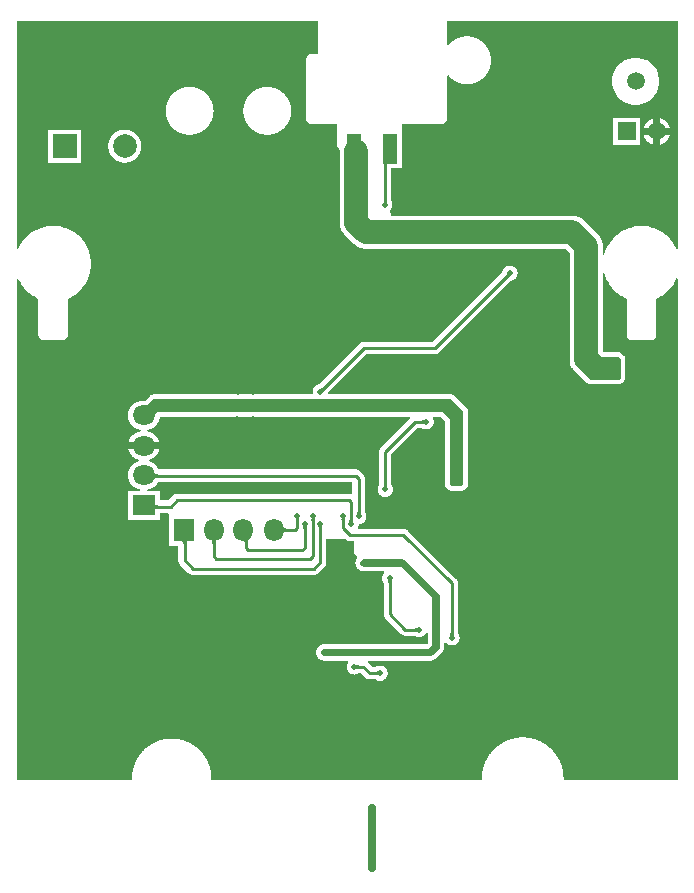
<source format=gbl>
G04*
G04 #@! TF.GenerationSoftware,Altium Limited,Altium Designer,21.0.8 (223)*
G04*
G04 Layer_Physical_Order=2*
G04 Layer_Color=16711680*
%FSTAX24Y24*%
%MOIN*%
G70*
G04*
G04 #@! TF.SameCoordinates,10F33D99-08B0-41F8-98B5-3503CEFC6C94*
G04*
G04*
G04 #@! TF.FilePolarity,Positive*
G04*
G01*
G75*
%ADD11C,0.0100*%
%ADD31R,0.0472X0.0984*%
%ADD68C,0.0256*%
%ADD72C,0.0787*%
%ADD73C,0.0200*%
%ADD76C,0.0591*%
%ADD77O,0.0650X0.0750*%
%ADD78R,0.0650X0.0750*%
%ADD79C,0.0787*%
%ADD80R,0.0787X0.0787*%
%ADD81O,0.0750X0.0650*%
%ADD82R,0.0750X0.0650*%
%ADD83R,0.0591X0.0591*%
%ADD84C,0.0197*%
%ADD85C,0.0236*%
G36*
X035551Y042853D02*
X035501Y042843D01*
X035472Y042914D01*
X035469Y04292D01*
X035466Y042926D01*
X035463Y042932D01*
X03539Y043058D01*
X035387Y043064D01*
X035383Y043069D01*
X035379Y043075D01*
X03529Y04319D01*
X035286Y043195D01*
X035282Y043201D01*
X035277Y043206D01*
X035174Y043308D01*
X035169Y043313D01*
X035164Y043318D01*
X035159Y043322D01*
X035043Y04341D01*
X035038Y043414D01*
X035032Y043418D01*
X035026Y043422D01*
X034901Y043494D01*
X034898Y043496D01*
X034894Y043498D01*
X034888Y043501D01*
X034882Y043503D01*
X034748Y043559D01*
X034741Y043562D01*
X034735Y043564D01*
X034728Y043566D01*
X034588Y043603D01*
X034581Y043605D01*
X034575Y043606D01*
X034568Y043607D01*
X034424Y043626D01*
X034417Y043627D01*
X03441Y043627D01*
X034403Y043628D01*
X034258D01*
X034251Y043627D01*
X034244Y043627D01*
X034238Y043626D01*
X034094Y043607D01*
X034087Y043606D01*
X03408Y043605D01*
X034073Y043603D01*
X033933Y043566D01*
X033926Y043564D01*
X03392Y043562D01*
X033917Y04356D01*
X033914Y043559D01*
X033779Y043503D01*
X033773Y043501D01*
X033767Y043498D01*
X033761Y043494D01*
X033635Y043422D01*
X033629Y043418D01*
X033624Y043414D01*
X033618Y04341D01*
X033503Y043322D01*
X033497Y043318D01*
X033492Y043313D01*
X033487Y043308D01*
X033385Y043206D01*
X03338Y043201D01*
X033375Y043195D01*
X033371Y04319D01*
X033283Y043075D01*
X033279Y043069D01*
X033275Y043064D01*
X033271Y043058D01*
X033199Y042932D01*
X033197Y04293D01*
X033195Y042926D01*
X033192Y04292D01*
X033189Y042914D01*
X033134Y042779D01*
X033131Y042773D01*
X033129Y042766D01*
X033127Y04276D01*
X033098Y042649D01*
X033048Y042655D01*
Y042952D01*
X033047Y042965D01*
X033047Y042978D01*
X033046Y04299D01*
X033045Y043003D01*
X033044Y043016D01*
X033042Y043028D01*
X03304Y043041D01*
X033038Y043054D01*
X033036Y043066D01*
X033033Y043078D01*
X03303Y043091D01*
X033026Y043103D01*
X033023Y043115D01*
X033019Y043127D01*
X033015Y043139D01*
X03301Y043151D01*
X033006Y043163D01*
X033001Y043175D01*
X032995Y043186D01*
X03299Y043198D01*
X032984Y043209D01*
X032978Y04322D01*
X032972Y043232D01*
X032965Y043242D01*
X032958Y043253D01*
X032951Y043264D01*
X032944Y043274D01*
X032936Y043284D01*
X032928Y043294D01*
X03292Y043304D01*
X032912Y043314D01*
X032904Y043324D01*
X032895Y043333D01*
X032886Y043342D01*
X032425Y043803D01*
X032416Y043812D01*
X032406Y043821D01*
X032397Y043829D01*
X032387Y043838D01*
X032377Y043846D01*
X032367Y043853D01*
X032357Y043861D01*
X032347Y043868D01*
X032336Y043875D01*
X032325Y043882D01*
X032314Y043889D01*
X032303Y043895D01*
X032292Y043901D01*
X032281Y043907D01*
X032269Y043912D01*
X032258Y043918D01*
X032246Y043923D01*
X032234Y043927D01*
X032222Y043932D01*
X03221Y043936D01*
X032198Y04394D01*
X032186Y043944D01*
X032174Y043947D01*
X032161Y04395D01*
X032149Y043953D01*
X032136Y043955D01*
X032124Y043958D01*
X032111Y043959D01*
X032099Y043961D01*
X032086Y043962D01*
X032073Y043963D01*
X032061Y043964D01*
X032048Y043965D01*
X032035Y043965D01*
X026001D01*
X025946Y044143D01*
X025951Y044148D01*
X025957Y044154D01*
X025963Y04416D01*
X025969Y044167D01*
X025975Y044173D01*
X02598Y04418D01*
X025985Y044187D01*
X02599Y044195D01*
X025995Y044202D01*
X025999Y04421D01*
X026003Y044217D01*
X026007Y044225D01*
X026011Y044233D01*
X026014Y044241D01*
X026017Y044249D01*
X02602Y044258D01*
X026023Y044266D01*
X026025Y044274D01*
X026027Y044283D01*
X026028Y044292D01*
X02603Y0443D01*
X026031Y044309D01*
X026032Y044318D01*
X026032Y044326D01*
X026032Y044335D01*
X026032Y044344D01*
X026032Y044352D01*
X026031Y044361D01*
X02603Y04437D01*
X026028Y044378D01*
X026027Y044387D01*
X026025Y044396D01*
X026023Y044404D01*
X02602Y044412D01*
X026017Y044421D01*
X026014Y044429D01*
X026011Y044437D01*
X026007Y044445D01*
X026003Y044453D01*
X025999Y04446D01*
X025995Y044468D01*
X02599Y044475D01*
X025985Y044483D01*
X025984Y044485D01*
Y045553D01*
X026339D01*
Y046852D01*
X026339Y046852D01*
X026339Y047008D01*
X027654D01*
X027661Y047008D01*
X027669Y047008D01*
X027677Y047009D01*
X027684Y04701D01*
X027692Y047012D01*
X0277Y047013D01*
X027707Y047015D01*
X027714Y047017D01*
X027722Y04702D01*
X027729Y047023D01*
X027736Y047026D01*
X027743Y047029D01*
X02775Y047033D01*
X027756Y047037D01*
X027763Y047041D01*
X027769Y047045D01*
X027775Y04705D01*
X027781Y047055D01*
X027787Y04706D01*
X027793Y047066D01*
X027798Y047071D01*
X027803Y047077D01*
X027808Y047083D01*
X027813Y047089D01*
X027817Y047095D01*
X027821Y047102D01*
X027825Y047109D01*
X027829Y047115D01*
X027832Y047122D01*
X027835Y047129D01*
X027838Y047137D01*
X027841Y047144D01*
X027843Y047151D01*
X027845Y047159D01*
X027847Y047166D01*
X027848Y047174D01*
X027849Y047182D01*
X02785Y047189D01*
X02785Y047197D01*
X02785Y047205D01*
X02785Y047212D01*
X02785Y047213D01*
X02785Y047213D01*
X02785Y04722D01*
Y048625D01*
X027868Y048636D01*
X0279Y048642D01*
X027903Y048639D01*
X027913Y048627D01*
X027923Y048616D01*
X027934Y048604D01*
X027944Y048593D01*
X027955Y048581D01*
X027967Y04857D01*
X027978Y04856D01*
X02799Y048549D01*
X028001Y048539D01*
X028013Y048529D01*
X028026Y048519D01*
X028038Y048509D01*
X028051Y0485D01*
X028063Y048491D01*
X028076Y048482D01*
X028089Y048474D01*
X028103Y048465D01*
X028116Y048457D01*
X02813Y048449D01*
X028143Y048442D01*
X028157Y048435D01*
X028171Y048428D01*
X028186Y048421D01*
X0282Y048414D01*
X028214Y048408D01*
X028229Y048403D01*
X028243Y048397D01*
X028258Y048392D01*
X028273Y048387D01*
X028288Y048382D01*
X028303Y048378D01*
X028318Y048373D01*
X028333Y04837D01*
X028349Y048366D01*
X028364Y048363D01*
X028379Y04836D01*
X028395Y048357D01*
X02841Y048355D01*
X028426Y048353D01*
X028441Y048351D01*
X028457Y04835D01*
X028473Y048349D01*
X028488Y048348D01*
X028504Y048348D01*
X02852Y048348D01*
X028535Y048348D01*
X028551Y048348D01*
X028567Y048349D01*
X028582Y04835D01*
X028598Y048351D01*
X028613Y048353D01*
X028629Y048355D01*
X028645Y048357D01*
X02866Y04836D01*
X028675Y048363D01*
X028691Y048366D01*
X028706Y04837D01*
X028721Y048373D01*
X028736Y048378D01*
X028751Y048382D01*
X028766Y048387D01*
X028781Y048392D01*
X028796Y048397D01*
X028811Y048403D01*
X028825Y048408D01*
X02884Y048414D01*
X028854Y048421D01*
X028868Y048428D01*
X028882Y048435D01*
X028896Y048442D01*
X02891Y048449D01*
X028923Y048457D01*
X028937Y048465D01*
X02895Y048474D01*
X028963Y048482D01*
X028976Y048491D01*
X028989Y0485D01*
X029001Y048509D01*
X029014Y048519D01*
X029026Y048529D01*
X029038Y048539D01*
X02905Y048549D01*
X029061Y04856D01*
X029073Y04857D01*
X029084Y048581D01*
X029095Y048593D01*
X029106Y048604D01*
X029116Y048616D01*
X029127Y048627D01*
X029137Y048639D01*
X029146Y048652D01*
X029156Y048664D01*
X029165Y048677D01*
X029174Y048689D01*
X029183Y048702D01*
X029192Y048715D01*
X0292Y048729D01*
X029208Y048742D01*
X029216Y048756D01*
X029224Y048769D01*
X029231Y048783D01*
X029238Y048797D01*
X029244Y048812D01*
X029251Y048826D01*
X029257Y04884D01*
X029263Y048855D01*
X029268Y048869D01*
X029274Y048884D01*
X029279Y048899D01*
X029283Y048914D01*
X029288Y048929D01*
X029292Y048944D01*
X029296Y048959D01*
X029299Y048975D01*
X029302Y04899D01*
X029305Y049005D01*
X029308Y049021D01*
X02931Y049036D01*
X029312Y049052D01*
X029314Y049067D01*
X029315Y049083D01*
X029316Y049099D01*
X029317Y049114D01*
X029318Y04913D01*
X029318Y049146D01*
X029318Y049161D01*
X029317Y049177D01*
X029316Y049193D01*
X029315Y049208D01*
X029314Y049224D01*
X029312Y049239D01*
X02931Y049255D01*
X029308Y049271D01*
X029305Y049286D01*
X029302Y049301D01*
X029299Y049317D01*
X029296Y049332D01*
X029292Y049347D01*
X029288Y049362D01*
X029283Y049377D01*
X029279Y049392D01*
X029274Y049407D01*
X029268Y049422D01*
X029263Y049437D01*
X029257Y049451D01*
X029251Y049465D01*
X029244Y04948D01*
X029238Y049494D01*
X029231Y049508D01*
X029224Y049522D01*
X029216Y049536D01*
X029208Y049549D01*
X0292Y049563D01*
X029192Y049576D01*
X029183Y049589D01*
X029174Y049602D01*
X029165Y049615D01*
X029156Y049627D01*
X029146Y04964D01*
X029137Y049652D01*
X029127Y049664D01*
X029116Y049676D01*
X029106Y049687D01*
X029095Y049699D01*
X029084Y04971D01*
X029073Y049721D01*
X029061Y049732D01*
X02905Y049742D01*
X029038Y049753D01*
X029026Y049763D01*
X029014Y049772D01*
X029001Y049782D01*
X028989Y049791D01*
X028976Y0498D01*
X028963Y049809D01*
X02895Y049818D01*
X028937Y049826D01*
X028923Y049834D01*
X02891Y049842D01*
X028896Y04985D01*
X028882Y049857D01*
X028868Y049864D01*
X028854Y04987D01*
X02884Y049877D01*
X028825Y049883D01*
X028811Y049889D01*
X028796Y049894D01*
X028781Y0499D01*
X028766Y049905D01*
X028751Y049909D01*
X028736Y049914D01*
X028721Y049918D01*
X028706Y049922D01*
X028691Y049925D01*
X028675Y049928D01*
X02866Y049931D01*
X028645Y049934D01*
X028629Y049936D01*
X028613Y049938D01*
X028598Y04994D01*
X028582Y049941D01*
X028567Y049942D01*
X028551Y049943D01*
X028535Y049944D01*
X02852Y049944D01*
X028504Y049944D01*
X028488Y049943D01*
X028473Y049942D01*
X028457Y049941D01*
X028441Y04994D01*
X028426Y049938D01*
X02841Y049936D01*
X028395Y049934D01*
X028379Y049931D01*
X028364Y049928D01*
X028349Y049925D01*
X028333Y049922D01*
X028318Y049918D01*
X028303Y049914D01*
X028288Y049909D01*
X028273Y049905D01*
X028258Y0499D01*
X028243Y049894D01*
X028229Y049889D01*
X028214Y049883D01*
X0282Y049877D01*
X028186Y04987D01*
X028171Y049864D01*
X028157Y049857D01*
X028143Y04985D01*
X02813Y049842D01*
X028116Y049834D01*
X028103Y049826D01*
X028089Y049818D01*
X028076Y049809D01*
X028063Y0498D01*
X028051Y049791D01*
X028038Y049782D01*
X028026Y049772D01*
X028013Y049763D01*
X028001Y049753D01*
X02799Y049742D01*
X027978Y049732D01*
X027967Y049721D01*
X027955Y04971D01*
X027944Y049699D01*
X027934Y049687D01*
X027923Y049676D01*
X027913Y049664D01*
X027903Y049652D01*
X0279Y049649D01*
X027868Y049655D01*
X02785Y049667D01*
Y050445D01*
X035551Y050445D01*
Y042853D01*
D02*
G37*
G36*
X023543Y04937D02*
X023354D01*
X023347Y04937D01*
X023339Y04937D01*
X023331Y049369D01*
X023324Y049368D01*
X023316Y049366D01*
X023308Y049365D01*
X023301Y049363D01*
X023293Y04936D01*
X023286Y049358D01*
X023279Y049355D01*
X023272Y049352D01*
X023265Y049349D01*
X023258Y049345D01*
X023251Y049341D01*
X023245Y049337D01*
X023239Y049333D01*
X023232Y049328D01*
X023226Y049323D01*
X023221Y049318D01*
X023215Y049312D01*
X02321Y049307D01*
X023205Y049301D01*
X0232Y049295D01*
X023195Y049289D01*
X023191Y049283D01*
X023186Y049276D01*
X023183Y049269D01*
X023179Y049263D01*
X023176Y049256D01*
X023172Y049249D01*
X02317Y049241D01*
X023167Y049234D01*
X023165Y049227D01*
X023163Y049219D01*
X023161Y049212D01*
X02316Y049204D01*
X023159Y049196D01*
X023158Y049189D01*
X023158Y049181D01*
X023157Y049173D01*
Y047205D01*
X023158Y047197D01*
X023158Y047189D01*
X023159Y047182D01*
X02316Y047174D01*
X023161Y047166D01*
X023163Y047159D01*
X023165Y047151D01*
X023167Y047144D01*
X02317Y047137D01*
X023172Y047129D01*
X023176Y047122D01*
X023179Y047115D01*
X023183Y047109D01*
X023186Y047102D01*
X023191Y047095D01*
X023195Y047089D01*
X0232Y047083D01*
X023205Y047077D01*
X02321Y047071D01*
X023215Y047066D01*
X023221Y04706D01*
X023226Y047055D01*
X023232Y04705D01*
X023239Y047045D01*
X023245Y047041D01*
X023251Y047037D01*
X023258Y047033D01*
X023265Y047029D01*
X023272Y047026D01*
X023279Y047023D01*
X023286Y04702D01*
X023293Y047017D01*
X023301Y047015D01*
X023308Y047013D01*
X023316Y047012D01*
X023324Y04701D01*
X023331Y047009D01*
X023339Y047008D01*
X023347Y047008D01*
X023354Y047008D01*
X024181D01*
Y04628D01*
X02426Y046201D01*
X024274Y046157D01*
X024274Y046155D01*
X024273Y046143D01*
X024272Y04613D01*
X024272Y046117D01*
X024272Y046104D01*
Y043736D01*
X024272Y043724D01*
X024272Y043711D01*
X024273Y043698D01*
X024274Y043686D01*
X024275Y043673D01*
X024277Y04366D01*
X024279Y043648D01*
X024281Y043635D01*
X024283Y043623D01*
X024286Y04361D01*
X024289Y043598D01*
X024293Y043586D01*
X024296Y043573D01*
X0243Y043561D01*
X024304Y043549D01*
X024309Y043537D01*
X024314Y043525D01*
X024319Y043514D01*
X024324Y043502D01*
X024329Y043491D01*
X024335Y043479D01*
X024341Y043468D01*
X024348Y043457D01*
X024354Y043446D01*
X024361Y043435D01*
X024368Y043425D01*
X024375Y043414D01*
X024383Y043404D01*
X024391Y043394D01*
X024399Y043384D01*
X024407Y043375D01*
X024415Y043365D01*
X024424Y043356D01*
X024433Y043347D01*
X024756Y043024D01*
X024765Y043015D01*
X024774Y043006D01*
X024784Y042998D01*
X024794Y042989D01*
X024803Y042981D01*
X024814Y042974D01*
X024824Y042966D01*
X024834Y042959D01*
X024845Y042952D01*
X024856Y042945D01*
X024866Y042938D01*
X024877Y042932D01*
X024889Y042926D01*
X0249Y04292D01*
X024911Y042915D01*
X024923Y042909D01*
X024935Y042904D01*
X024947Y042899D01*
X024959Y042895D01*
X024971Y042891D01*
X024983Y042887D01*
X024995Y042883D01*
X025007Y04288D01*
X02502Y042877D01*
X025032Y042874D01*
X025044Y042872D01*
X025057Y042869D01*
X02507Y042868D01*
X025082Y042866D01*
X025095Y042865D01*
X025108Y042864D01*
X02512Y042863D01*
X025133Y042862D01*
X025146Y042862D01*
X031807D01*
X031945Y042724D01*
Y039185D01*
X031945Y039172D01*
X031946Y039159D01*
X031946Y039147D01*
X031947Y039134D01*
X031949Y039121D01*
X03195Y039109D01*
X031952Y039096D01*
X031953Y039094D01*
Y039032D01*
X031953Y039025D01*
X031953Y039018D01*
X031954Y039011D01*
X031955Y039004D01*
X031956Y038997D01*
X031958Y038991D01*
X03196Y038984D01*
X031962Y038978D01*
X031965Y038971D01*
X031967Y038965D01*
X031971Y038959D01*
X031974Y038953D01*
X031977Y038947D01*
X031981Y038941D01*
X031985Y038936D01*
X03199Y03893D01*
X031994Y038925D01*
X031999Y03892D01*
X032033Y038886D01*
X032034Y038884D01*
X032042Y038873D01*
X032049Y038863D01*
X032056Y038853D01*
X032064Y038843D01*
X032072Y038833D01*
X03208Y038823D01*
X032089Y038813D01*
X032098Y038804D01*
X032107Y038795D01*
X032116Y038786D01*
X032125Y038777D01*
X032134Y038769D01*
X032144Y038761D01*
X032154Y038753D01*
X032164Y038745D01*
X032174Y038737D01*
X032185Y03873D01*
X032195Y038723D01*
X032197Y038722D01*
X03253Y038389D01*
X032535Y038384D01*
X03254Y038379D01*
X032546Y038375D01*
X032551Y038371D01*
X032557Y038367D01*
X032563Y038364D01*
X032569Y03836D01*
X032575Y038357D01*
X032581Y038354D01*
X032588Y038352D01*
X032594Y03835D01*
X032601Y038348D01*
X032608Y038346D01*
X032614Y038345D01*
X032621Y038344D01*
X032628Y038343D01*
X032635Y038343D01*
X032642Y038342D01*
X033575D01*
X033582Y038343D01*
X033589Y038343D01*
X033595Y038344D01*
X033602Y038345D01*
X033609Y038346D01*
X033616Y038348D01*
X033622Y03835D01*
X033629Y038352D01*
X033635Y038354D01*
X033641Y038357D01*
X033648Y03836D01*
X033654Y038364D01*
X033659Y038367D01*
X033665Y038371D01*
X033671Y038375D01*
X033676Y038379D01*
X033681Y038384D01*
X033686Y038389D01*
X033753Y038456D01*
X033758Y038461D01*
X033762Y038466D01*
X033767Y038471D01*
X033771Y038477D01*
X033775Y038482D01*
X033778Y038488D01*
X033781Y038494D01*
X033784Y0385D01*
X033787Y038507D01*
X03379Y038513D01*
X033792Y03852D01*
X033794Y038526D01*
X033796Y038533D01*
X033797Y03854D01*
X033798Y038546D01*
X033799Y038553D01*
X033799Y03856D01*
X033799Y038567D01*
Y039181D01*
X033799Y039188D01*
X033799Y039195D01*
X033798Y039202D01*
X033797Y039208D01*
X033796Y039215D01*
X033794Y039222D01*
X033792Y039228D01*
X03379Y039235D01*
X033787Y039241D01*
X033784Y039248D01*
X033781Y039254D01*
X033778Y03926D01*
X033775Y039266D01*
X033771Y039271D01*
X033767Y039277D01*
X033762Y039282D01*
X033758Y039288D01*
X033753Y039292D01*
X033667Y039379D01*
X033662Y039384D01*
X033656Y039388D01*
X033651Y039393D01*
X033645Y039397D01*
X03364Y039401D01*
X033634Y039404D01*
X033628Y039407D01*
X033622Y03941D01*
X033615Y039413D01*
X033609Y039416D01*
X033602Y039418D01*
X033596Y03942D01*
X033589Y039422D01*
X033582Y039423D01*
X033576Y039424D01*
X033569Y039425D01*
X033562Y039425D01*
X033555Y039425D01*
X033089D01*
X033048Y039467D01*
Y042058D01*
X033097Y042068D01*
X033097Y042066D01*
X033097Y042065D01*
X033098Y042063D01*
X033098Y042061D01*
X033099Y042059D01*
X033099Y042058D01*
X033099Y042057D01*
X0331Y042055D01*
X033101Y042053D01*
X033155Y041886D01*
X033156Y041884D01*
X033156Y041882D01*
X033157Y041881D01*
X033157Y04188D01*
X033158Y041878D01*
X033159Y041876D01*
X033159Y041874D01*
X03316Y041873D01*
X033161Y041871D01*
X033162Y041869D01*
X033162Y041868D01*
X033163Y041867D01*
X033164Y041865D01*
X033165Y041863D01*
X033245Y041707D01*
X033246Y041705D01*
X033247Y041703D01*
X033247Y041702D01*
X033248Y041701D01*
X033249Y041699D01*
X03325Y041697D01*
X033251Y041696D01*
X033251Y041695D01*
X033253Y041693D01*
X033254Y041692D01*
X033254Y041691D01*
X033255Y041689D01*
X033256Y041688D01*
X033258Y041686D01*
X033361Y041545D01*
X033362Y041543D01*
X033364Y041541D01*
X033364Y04154D01*
X033365Y041539D01*
X033367Y041537D01*
X033368Y041536D01*
X033369Y041535D01*
X03337Y041534D01*
X033371Y041532D01*
X033372Y041531D01*
X033373Y04153D01*
X033374Y041529D01*
X033376Y041527D01*
X033377Y041526D01*
X033502Y041402D01*
X033503Y041401D01*
X033505Y041399D01*
X033506Y041398D01*
X033507Y041398D01*
X033508Y041396D01*
X03351Y041395D01*
X033511Y041394D01*
X033512Y041393D01*
X033514Y041392D01*
X033515Y04139D01*
X033516Y04139D01*
X033517Y041389D01*
X033519Y041388D01*
X033521Y041386D01*
X033663Y041284D01*
X033665Y041283D01*
X033666Y041281D01*
X033667Y041281D01*
X033669Y04128D01*
X03367Y041279D01*
X033672Y041278D01*
X033673Y041277D01*
X033674Y041276D01*
X033676Y041275D01*
X033678Y041274D01*
X033679Y041274D01*
X03368Y041273D01*
X033682Y041272D01*
X033684Y041271D01*
X033837Y041194D01*
Y04D01*
X033837Y04D01*
X033837Y039999D01*
X033837Y039996D01*
X033838Y039994D01*
X033838Y039993D01*
X033838Y039993D01*
X033838Y03999D01*
X033838Y039987D01*
X033838Y039986D01*
X033838Y039986D01*
X033838Y039983D01*
X033839Y039981D01*
X033839Y039978D01*
X03384Y03997D01*
X033841Y039963D01*
X033843Y039956D01*
X033845Y039948D01*
X033847Y039941D01*
X03385Y039934D01*
X033853Y039927D01*
X033856Y03992D01*
X03386Y039914D01*
X033863Y039907D01*
X033867Y039901D01*
X033871Y039895D01*
X033876Y039889D01*
X033881Y039883D01*
X033886Y039877D01*
X033891Y039872D01*
X033896Y039866D01*
X033902Y039861D01*
X033908Y039857D01*
X033914Y039852D01*
X03392Y039848D01*
X033926Y039844D01*
X033933Y03984D01*
X03394Y039837D01*
X033947Y039834D01*
X033953Y039831D01*
X033961Y039828D01*
X033968Y039826D01*
X033975Y039824D01*
X033982Y039822D01*
X03399Y039821D01*
X033997Y03982D01*
X034005Y039819D01*
X034012Y039818D01*
X03402Y039818D01*
X034643D01*
X034644Y039818D01*
X034647Y039818D01*
X03465Y039818D01*
X03465Y039818D01*
X034651Y039818D01*
X034654Y039818D01*
X034656Y039818D01*
X034657Y039818D01*
X034657Y039818D01*
X03466Y039819D01*
X034663Y039819D01*
X034664Y039819D01*
X034664Y039819D01*
X034667Y039819D01*
X034669Y039819D01*
X034672Y03982D01*
X03468Y039821D01*
X034687Y039822D01*
X034694Y039824D01*
X034702Y039826D01*
X034709Y039828D01*
X034716Y039831D01*
X034723Y039834D01*
X03473Y039837D01*
X034736Y03984D01*
X034743Y039844D01*
X034749Y039848D01*
X034755Y039852D01*
X034761Y039857D01*
X034767Y039861D01*
X034773Y039866D01*
X034778Y039872D01*
X034784Y039877D01*
X034789Y039883D01*
X034793Y039889D01*
X034798Y039895D01*
X034802Y039901D01*
X034806Y039907D01*
X03481Y039914D01*
X034813Y03992D01*
X034816Y039927D01*
X034819Y039934D01*
X034822Y039941D01*
X034824Y039948D01*
X034826Y039956D01*
X034828Y039963D01*
X034829Y03997D01*
X03483Y039978D01*
X034831Y039981D01*
X034831Y039987D01*
X034832Y039994D01*
X034832Y04D01*
Y041197D01*
X034984Y041275D01*
X034986Y041276D01*
X034988Y041277D01*
X034989Y041278D01*
X03499Y041278D01*
X034992Y041279D01*
X034994Y04128D01*
X034995Y041281D01*
X034996Y041282D01*
X034998Y041283D01*
X034999Y041284D01*
X035Y041285D01*
X035002Y041286D01*
X035003Y041287D01*
X035005Y041288D01*
X035146Y04139D01*
X035147Y041392D01*
X035149Y041393D01*
X03515Y041394D01*
X035151Y041395D01*
X035153Y041396D01*
X035154Y041397D01*
X035156Y041398D01*
X035157Y041399D01*
X035158Y0414D01*
X03516Y041402D01*
X035161Y041403D01*
X035162Y041404D01*
X035163Y041405D01*
X035165Y041407D01*
X035288Y04153D01*
X035289Y041531D01*
X035291Y041533D01*
X035291Y041534D01*
X035292Y041535D01*
X035294Y041536D01*
X035295Y041538D01*
X035296Y041539D01*
X035297Y04154D01*
X035298Y041542D01*
X0353Y041543D01*
X0353Y041544D01*
X035301Y041545D01*
X035302Y041547D01*
X035304Y041549D01*
X035406Y04169D01*
X035407Y041691D01*
X035408Y041693D01*
X035409Y041694D01*
X03541Y041695D01*
X035411Y041697D01*
X035412Y041699D01*
X035413Y0417D01*
X035414Y041701D01*
X035415Y041703D01*
X035416Y041705D01*
X035416Y041706D01*
X035417Y041707D01*
X035418Y041709D01*
X035419Y041711D01*
X035498Y041866D01*
X035499Y041868D01*
X0355Y04187D01*
X0355Y041871D01*
X035501Y041872D01*
X035502Y041874D01*
X035503Y041876D01*
X035503Y041877D01*
X035504Y041878D01*
X035504Y04188D01*
X035551Y041863D01*
X035551Y025142D01*
X031787D01*
X031771Y025152D01*
X031741Y025192D01*
X031741Y025192D01*
X031742Y025213D01*
X031741Y025233D01*
X031741Y025254D01*
X03174Y025274D01*
X031739Y025295D01*
X031738Y025315D01*
X031736Y025336D01*
X031734Y025357D01*
X031732Y025377D01*
X031729Y025397D01*
X031726Y025418D01*
X031723Y025438D01*
X031719Y025458D01*
X031715Y025479D01*
X031711Y025499D01*
X031707Y025519D01*
X031702Y025539D01*
X031697Y025559D01*
X031691Y025579D01*
X031686Y025599D01*
X03168Y025618D01*
X031674Y025638D01*
X031667Y025657D01*
X03166Y025677D01*
X031653Y025696D01*
X031646Y025715D01*
X031638Y025734D01*
X03163Y025753D01*
X031621Y025772D01*
X031613Y025791D01*
X031604Y02581D01*
X031595Y025828D01*
X031585Y025846D01*
X031576Y025864D01*
X031566Y025882D01*
X031555Y0259D01*
X031545Y025918D01*
X031534Y025936D01*
X031523Y025953D01*
X031512Y02597D01*
X0315Y025987D01*
X031488Y026004D01*
X031476Y026021D01*
X031464Y026037D01*
X031451Y026054D01*
X031439Y02607D01*
X031425Y026086D01*
X031412Y026101D01*
X031399Y026117D01*
X031385Y026132D01*
X031371Y026147D01*
X031357Y026162D01*
X031342Y026177D01*
X031328Y026191D01*
X031313Y026206D01*
X031298Y02622D01*
X031282Y026233D01*
X031267Y026247D01*
X031251Y02626D01*
X031235Y026273D01*
X031219Y026286D01*
X031203Y026299D01*
X031186Y026311D01*
X031169Y026323D01*
X031153Y026335D01*
X031136Y026346D01*
X031118Y026358D01*
X031101Y026369D01*
X031083Y02638D01*
X031066Y02639D01*
X031048Y0264D01*
X03103Y02641D01*
X031012Y02642D01*
X030993Y026429D01*
X030975Y026439D01*
X030956Y026447D01*
X030938Y026456D01*
X030919Y026464D01*
X0309Y026472D01*
X030881Y02648D01*
X030861Y026488D01*
X030842Y026495D01*
X030823Y026502D01*
X030803Y026508D01*
X030784Y026514D01*
X030764Y02652D01*
X030744Y026526D01*
X030724Y026532D01*
X030704Y026537D01*
X030684Y026541D01*
X030664Y026546D01*
X030644Y02655D01*
X030624Y026554D01*
X030603Y026557D01*
X030583Y026561D01*
X030563Y026564D01*
X030542Y026566D01*
X030522Y026569D01*
X030501Y026571D01*
X030481Y026572D01*
X03046Y026574D01*
X03044Y026575D01*
X030419Y026576D01*
X030399Y026576D01*
X030378Y026576D01*
X030357Y026576D01*
X030337Y026576D01*
X030316Y026575D01*
X030296Y026574D01*
X030275Y026572D01*
X030255Y026571D01*
X030234Y026569D01*
X030214Y026566D01*
X030193Y026564D01*
X030173Y026561D01*
X030152Y026557D01*
X030132Y026554D01*
X030112Y02655D01*
X030092Y026546D01*
X030072Y026541D01*
X030052Y026537D01*
X030032Y026532D01*
X030012Y026526D01*
X029992Y02652D01*
X029972Y026514D01*
X029953Y026508D01*
X029933Y026502D01*
X029914Y026495D01*
X029894Y026488D01*
X029875Y02648D01*
X029856Y026472D01*
X029837Y026464D01*
X029818Y026456D01*
X0298Y026447D01*
X029781Y026439D01*
X029763Y026429D01*
X029744Y02642D01*
X029726Y02641D01*
X029708Y0264D01*
X02969Y02639D01*
X029673Y02638D01*
X029655Y026369D01*
X029638Y026358D01*
X02962Y026346D01*
X029603Y026335D01*
X029586Y026323D01*
X02957Y026311D01*
X029553Y026299D01*
X029537Y026286D01*
X029521Y026273D01*
X029505Y02626D01*
X029489Y026247D01*
X029474Y026233D01*
X029458Y02622D01*
X029443Y026206D01*
X029428Y026191D01*
X029414Y026177D01*
X029399Y026162D01*
X029385Y026147D01*
X029371Y026132D01*
X029357Y026117D01*
X029344Y026101D01*
X02933Y026086D01*
X029317Y02607D01*
X029305Y026054D01*
X029292Y026037D01*
X02928Y026021D01*
X029268Y026004D01*
X029256Y025987D01*
X029244Y02597D01*
X029233Y025953D01*
X029222Y025936D01*
X029211Y025918D01*
X0292Y0259D01*
X02919Y025882D01*
X02918Y025864D01*
X029171Y025846D01*
X029161Y025828D01*
X029152Y02581D01*
X029143Y025791D01*
X029134Y025772D01*
X029126Y025753D01*
X029118Y025734D01*
X02911Y025715D01*
X029103Y025696D01*
X029096Y025677D01*
X029089Y025657D01*
X029082Y025638D01*
X029076Y025618D01*
X02907Y025599D01*
X029064Y025579D01*
X029059Y025559D01*
X029054Y025539D01*
X029049Y025519D01*
X029045Y025499D01*
X029041Y025479D01*
X029037Y025458D01*
X029033Y025438D01*
X02903Y025418D01*
X029027Y025397D01*
X029024Y025377D01*
X029022Y025357D01*
X02902Y025336D01*
X029018Y025315D01*
X029017Y025295D01*
X029016Y025274D01*
X029015Y025254D01*
X029014Y025233D01*
X029014Y025213D01*
X029014Y025192D01*
X029014Y025192D01*
X028985Y025152D01*
X028969Y025142D01*
X020046D01*
X02003Y025153D01*
X020001Y025192D01*
X020001Y025193D01*
X020001Y025213D01*
X020001Y025233D01*
X020001Y025253D01*
X02Y025273D01*
X019999Y025293D01*
X019998Y025313D01*
X019996Y025332D01*
X019994Y025352D01*
X019992Y025372D01*
X019989Y025392D01*
X019986Y025412D01*
X019983Y025432D01*
X01998Y025451D01*
X019976Y025471D01*
X019972Y025491D01*
X019968Y02551D01*
X019963Y02553D01*
X019958Y025549D01*
X019953Y025568D01*
X019947Y025587D01*
X019941Y025607D01*
X019935Y025626D01*
X019929Y025645D01*
X019922Y025663D01*
X019915Y025682D01*
X019908Y025701D01*
X019901Y025719D01*
X019893Y025738D01*
X019885Y025756D01*
X019876Y025774D01*
X019868Y025792D01*
X019859Y02581D01*
X01985Y025828D01*
X01984Y025846D01*
X019831Y025863D01*
X019821Y02588D01*
X01981Y025898D01*
X0198Y025915D01*
X019789Y025932D01*
X019778Y025948D01*
X019767Y025965D01*
X019756Y025981D01*
X019744Y025997D01*
X019732Y026013D01*
X01972Y026029D01*
X019707Y026045D01*
X019694Y02606D01*
X019682Y026076D01*
X019668Y026091D01*
X019655Y026106D01*
X019641Y02612D01*
X019628Y026135D01*
X019614Y026149D01*
X019599Y026163D01*
X019585Y026177D01*
X01957Y02619D01*
X019555Y026204D01*
X01954Y026217D01*
X019525Y02623D01*
X01951Y026243D01*
X019494Y026255D01*
X019478Y026267D01*
X019462Y026279D01*
X019446Y026291D01*
X019429Y026302D01*
X019413Y026314D01*
X019396Y026325D01*
X019379Y026335D01*
X019362Y026346D01*
X019345Y026356D01*
X019328Y026366D01*
X01931Y026376D01*
X019293Y026385D01*
X019275Y026394D01*
X019257Y026403D01*
X019239Y026412D01*
X019221Y02642D01*
X019202Y026428D01*
X019184Y026436D01*
X019165Y026444D01*
X019147Y026451D01*
X019128Y026458D01*
X019109Y026464D01*
X01909Y026471D01*
X019071Y026477D01*
X019052Y026483D01*
X019033Y026488D01*
X019013Y026493D01*
X018994Y026498D01*
X018975Y026503D01*
X018955Y026507D01*
X018936Y026511D01*
X018916Y026515D01*
X018896Y026519D01*
X018876Y026522D01*
X018857Y026525D01*
X018837Y026527D01*
X018817Y026529D01*
X018797Y026531D01*
X018777Y026533D01*
X018757Y026534D01*
X018737Y026535D01*
X018717Y026536D01*
X018697Y026537D01*
X018677Y026537D01*
X018657Y026537D01*
X018637Y026536D01*
X018617Y026535D01*
X018597Y026534D01*
X018577Y026533D01*
X018557Y026531D01*
X018537Y026529D01*
X018518Y026527D01*
X018498Y026525D01*
X018478Y026522D01*
X018458Y026519D01*
X018438Y026515D01*
X018419Y026511D01*
X018399Y026507D01*
X01838Y026503D01*
X01836Y026498D01*
X018341Y026493D01*
X018322Y026488D01*
X018302Y026483D01*
X018283Y026477D01*
X018264Y026471D01*
X018245Y026464D01*
X018226Y026458D01*
X018208Y026451D01*
X018189Y026444D01*
X01817Y026436D01*
X018152Y026428D01*
X018134Y02642D01*
X018116Y026412D01*
X018097Y026403D01*
X01808Y026394D01*
X018062Y026385D01*
X018044Y026376D01*
X018027Y026366D01*
X018009Y026356D01*
X017992Y026346D01*
X017975Y026335D01*
X017958Y026325D01*
X017941Y026314D01*
X017925Y026302D01*
X017909Y026291D01*
X017892Y026279D01*
X017876Y026267D01*
X01786Y026255D01*
X017845Y026243D01*
X017829Y02623D01*
X017814Y026217D01*
X017799Y026204D01*
X017784Y02619D01*
X017769Y026177D01*
X017755Y026163D01*
X017741Y026149D01*
X017727Y026135D01*
X017713Y02612D01*
X017699Y026106D01*
X017686Y026091D01*
X017673Y026076D01*
X01766Y02606D01*
X017647Y026045D01*
X017635Y026029D01*
X017623Y026013D01*
X017611Y025997D01*
X017599Y025981D01*
X017587Y025965D01*
X017576Y025948D01*
X017565Y025932D01*
X017554Y025915D01*
X017544Y025898D01*
X017534Y02588D01*
X017524Y025863D01*
X017514Y025846D01*
X017505Y025828D01*
X017495Y02581D01*
X017487Y025792D01*
X017478Y025774D01*
X01747Y025756D01*
X017462Y025738D01*
X017454Y025719D01*
X017446Y025701D01*
X017439Y025682D01*
X017432Y025663D01*
X017425Y025645D01*
X017419Y025626D01*
X017413Y025607D01*
X017407Y025587D01*
X017402Y025568D01*
X017396Y025549D01*
X017391Y02553D01*
X017387Y02551D01*
X017382Y025491D01*
X017378Y025471D01*
X017375Y025451D01*
X017371Y025432D01*
X017368Y025412D01*
X017365Y025392D01*
X017363Y025372D01*
X01736Y025352D01*
X017358Y025332D01*
X017357Y025313D01*
X017355Y025293D01*
X017354Y025273D01*
X017354Y025253D01*
X017353Y025233D01*
X017353Y025213D01*
X017353Y025193D01*
X017353Y025192D01*
X017325Y025153D01*
X017308Y025142D01*
X013504D01*
X013504Y041864D01*
X013551Y041881D01*
X013551Y041879D01*
X013552Y041877D01*
X013553Y041876D01*
X013553Y041875D01*
X013554Y041873D01*
X013555Y041871D01*
X013555Y041869D01*
X013556Y041868D01*
X013557Y041866D01*
X013558Y041865D01*
X013637Y041709D01*
X013638Y041707D01*
X013639Y041705D01*
X01364Y041704D01*
X013641Y041703D01*
X013642Y041701D01*
X013643Y041699D01*
X013643Y041698D01*
X013644Y041697D01*
X013645Y041695D01*
X013646Y041693D01*
X013647Y041692D01*
X013648Y041691D01*
X013649Y04169D01*
X01365Y041688D01*
X013753Y041547D01*
X013754Y041545D01*
X013756Y041543D01*
X013756Y041542D01*
X013757Y041541D01*
X013759Y041539D01*
X01376Y041538D01*
X013761Y041537D01*
X013762Y041536D01*
X013763Y041534D01*
X013764Y041533D01*
X013765Y041532D01*
X013766Y041531D01*
X013768Y041529D01*
X013769Y041528D01*
X013893Y041404D01*
X013894Y041403D01*
X013896Y041402D01*
X013897Y041401D01*
X013898Y0414D01*
X013899Y041398D01*
X013901Y041397D01*
X013902Y041396D01*
X013903Y041395D01*
X013905Y041394D01*
X013906Y041392D01*
X013907Y041392D01*
X013908Y041391D01*
X01391Y04139D01*
X013912Y041388D01*
X014053Y041286D01*
X014055Y041285D01*
X014057Y041284D01*
X014058Y041283D01*
X014059Y041282D01*
X014061Y041281D01*
X014063Y04128D01*
X014064Y041279D01*
X014065Y041278D01*
X014067Y041277D01*
X014068Y041276D01*
X01407Y041276D01*
X014071Y041275D01*
X014073Y041274D01*
X014074Y041273D01*
X014227Y041196D01*
Y04D01*
X014227Y04D01*
X014227Y039999D01*
X014227Y039996D01*
X014227Y039993D01*
X014227Y039993D01*
X014227Y039992D01*
X014228Y039989D01*
X014228Y039986D01*
X014228Y039986D01*
X014228Y039985D01*
X014228Y039982D01*
X014228Y03998D01*
X014229Y039977D01*
X01423Y03997D01*
X014231Y039963D01*
X014233Y039955D01*
X014235Y039948D01*
X014237Y039941D01*
X01424Y039934D01*
X014243Y039927D01*
X014246Y03992D01*
X014249Y039913D01*
X014253Y039907D01*
X014257Y0399D01*
X014261Y039894D01*
X014266Y039888D01*
X01427Y039882D01*
X014275Y039877D01*
X014281Y039871D01*
X014286Y039866D01*
X014292Y039861D01*
X014298Y039856D01*
X014304Y039852D01*
X01431Y039848D01*
X014316Y039844D01*
X014323Y03984D01*
X014329Y039836D01*
X014336Y039833D01*
X014343Y03983D01*
X01435Y039828D01*
X014357Y039825D01*
X014365Y039823D01*
X014372Y039822D01*
X014379Y03982D01*
X014387Y039819D01*
X014394Y039818D01*
X014402Y039818D01*
X014409Y039818D01*
X015032D01*
X015033Y039818D01*
X015037Y039818D01*
X015039Y039818D01*
X01504Y039818D01*
X01504Y039818D01*
X015043Y039818D01*
X015046Y039818D01*
X015047Y039818D01*
X015047Y039818D01*
X01505Y039818D01*
X015053Y039818D01*
X015054Y039818D01*
X015054Y039818D01*
X015057Y039819D01*
X015059Y039819D01*
X015062Y039819D01*
X015069Y03982D01*
X015077Y039822D01*
X015084Y039823D01*
X015091Y039825D01*
X015099Y039828D01*
X015106Y03983D01*
X015113Y039833D01*
X015119Y039836D01*
X015126Y03984D01*
X015133Y039844D01*
X015139Y039848D01*
X015145Y039852D01*
X015151Y039856D01*
X015157Y039861D01*
X015163Y039866D01*
X015168Y039871D01*
X015173Y039877D01*
X015178Y039882D01*
X015183Y039888D01*
X015188Y039894D01*
X015192Y0399D01*
X015196Y039907D01*
X0152Y039913D01*
X015203Y03992D01*
X015206Y039927D01*
X015209Y039934D01*
X015212Y039941D01*
X015214Y039948D01*
X015216Y039955D01*
X015218Y039963D01*
X015219Y03997D01*
X01522Y039977D01*
X01522Y03998D01*
X015221Y039986D01*
X015221Y039993D01*
X015222Y04D01*
Y041196D01*
X015374Y041273D01*
X015376Y041274D01*
X015378Y041275D01*
X015379Y041276D01*
X01538Y041276D01*
X015382Y041277D01*
X015384Y041278D01*
X015385Y041279D01*
X015386Y04128D01*
X015388Y041281D01*
X01539Y041282D01*
X015391Y041283D01*
X015392Y041284D01*
X015394Y041285D01*
X015395Y041286D01*
X015537Y041388D01*
X015539Y04139D01*
X01554Y041391D01*
X015541Y041392D01*
X015543Y041392D01*
X015544Y041394D01*
X015546Y041395D01*
X015547Y041396D01*
X015548Y041397D01*
X015549Y041398D01*
X015551Y0414D01*
X015552Y041401D01*
X015553Y041402D01*
X015554Y041403D01*
X015556Y041404D01*
X01568Y041528D01*
X015681Y041529D01*
X015683Y041531D01*
X015683Y041532D01*
X015684Y041533D01*
X015686Y041534D01*
X015687Y041536D01*
X015688Y041537D01*
X015689Y041538D01*
X01569Y041539D01*
X015692Y041541D01*
X015692Y041542D01*
X015693Y041543D01*
X015694Y041545D01*
X015696Y041547D01*
X015799Y041688D01*
X0158Y041689D01*
X015801Y041691D01*
X015802Y041692D01*
X015803Y041693D01*
X015804Y041695D01*
X015805Y041697D01*
X015805Y041698D01*
X015806Y041699D01*
X015807Y041701D01*
X015808Y041703D01*
X015809Y041704D01*
X01581Y041705D01*
X015811Y041707D01*
X015812Y041709D01*
X015891Y041865D01*
X015892Y041866D01*
X015893Y041868D01*
X015893Y041869D01*
X015894Y041871D01*
X015895Y041873D01*
X015896Y041875D01*
X015896Y041876D01*
X015897Y041877D01*
X015898Y041879D01*
X015898Y041881D01*
X015899Y041882D01*
X015899Y041883D01*
X0159Y041885D01*
X015901Y041887D01*
X015955Y042054D01*
X015955Y042056D01*
X015956Y042057D01*
X015956Y042059D01*
X015957Y04206D01*
X015957Y042062D01*
X015958Y042064D01*
X015958Y042065D01*
X015958Y042067D01*
X015959Y042069D01*
X015959Y042071D01*
X015959Y042072D01*
X01596Y042073D01*
X01596Y042076D01*
X01596Y042078D01*
X015988Y04225D01*
X015988Y042252D01*
X015988Y042254D01*
X015989Y042256D01*
X015989Y042257D01*
X015989Y042259D01*
X015989Y042261D01*
X015989Y042262D01*
X015989Y042264D01*
X015989Y042266D01*
X01599Y042268D01*
X01599Y042269D01*
X01599Y042271D01*
X01599Y042273D01*
X01599Y042275D01*
Y042435D01*
X01599Y042442D01*
X015989Y042449D01*
X015988Y042455D01*
X015969Y042599D01*
X015968Y042606D01*
X015967Y042613D01*
X015965Y04262D01*
X015928Y04276D01*
X015926Y042766D01*
X015924Y042773D01*
X015922Y042776D01*
X015921Y042779D01*
X015866Y042914D01*
X015863Y04292D01*
X01586Y042926D01*
X015857Y042932D01*
X015784Y043058D01*
X01578Y043064D01*
X015777Y043069D01*
X015772Y043075D01*
X015684Y04319D01*
X01568Y043195D01*
X015675Y043201D01*
X01567Y043206D01*
X015568Y043308D01*
X015563Y043313D01*
X015558Y043318D01*
X015552Y043322D01*
X015437Y04341D01*
X015432Y043414D01*
X015426Y043418D01*
X01542Y043422D01*
X015294Y043494D01*
X015292Y043496D01*
X015288Y043498D01*
X015282Y043501D01*
X015276Y043503D01*
X015142Y043559D01*
X015135Y043562D01*
X015129Y043564D01*
X015122Y043566D01*
X014982Y043603D01*
X014975Y043605D01*
X014968Y043606D01*
X014962Y043607D01*
X014818Y043626D01*
X014811Y043627D01*
X014804Y043627D01*
X014797Y043628D01*
X014652D01*
X014645Y043627D01*
X014638Y043627D01*
X014631Y043626D01*
X014487Y043607D01*
X01448Y043606D01*
X014474Y043605D01*
X014467Y043603D01*
X014327Y043566D01*
X01432Y043564D01*
X014314Y043562D01*
X01431Y04356D01*
X014307Y043559D01*
X014173Y043503D01*
X014167Y043501D01*
X014161Y043498D01*
X014155Y043494D01*
X014029Y043422D01*
X014023Y043418D01*
X014017Y043414D01*
X014012Y04341D01*
X013897Y043322D01*
X013891Y043318D01*
X013886Y043313D01*
X013881Y043308D01*
X013778Y043206D01*
X013774Y043201D01*
X013769Y043195D01*
X013765Y04319D01*
X013676Y043075D01*
X013672Y043069D01*
X013668Y043064D01*
X013665Y043058D01*
X013592Y042932D01*
X013591Y04293D01*
X013589Y042926D01*
X013586Y04292D01*
X013583Y042914D01*
X013554Y042843D01*
X013504Y042853D01*
Y050445D01*
X023543D01*
Y04937D01*
D02*
G37*
G36*
X033024Y039268D02*
X033555D01*
X033642Y039181D01*
Y038567D01*
X033575Y0385D01*
X032642D01*
X03211Y039032D01*
Y039328D01*
X0328Y039492D01*
X033024Y039268D01*
D02*
G37*
%LPC*%
G36*
X034215Y049232D02*
X03406D01*
X033908Y049202D01*
X033765Y049143D01*
X033636Y049057D01*
X033526Y048947D01*
X03344Y048818D01*
X033381Y048675D01*
X03335Y048522D01*
Y048367D01*
X033381Y048215D01*
X03344Y048072D01*
X033526Y047943D01*
X033636Y047833D01*
X033765Y047747D01*
X033908Y047688D01*
X03406Y047657D01*
X034215D01*
X034367Y047688D01*
X034511Y047747D01*
X03464Y047833D01*
X034749Y047943D01*
X034836Y048072D01*
X034895Y048215D01*
X034925Y048367D01*
Y048522D01*
X034895Y048675D01*
X034836Y048818D01*
X034749Y048947D01*
X03464Y049057D01*
X034511Y049143D01*
X034367Y049202D01*
X034215Y049232D01*
D02*
G37*
G36*
X034961Y047209D02*
Y04689D01*
X03528D01*
X035277Y0469D01*
X035273Y046912D01*
X035269Y046923D01*
X035265Y046934D01*
X035261Y046945D01*
X035256Y046956D01*
X035251Y046967D01*
X035246Y046977D01*
X03524Y046988D01*
X035235Y046998D01*
X035229Y047008D01*
X035222Y047018D01*
X035216Y047028D01*
X035209Y047038D01*
X035202Y047047D01*
X035194Y047057D01*
X035187Y047066D01*
X035179Y047075D01*
X035171Y047083D01*
X035163Y047092D01*
X035154Y0471D01*
X035145Y047108D01*
X035137Y047116D01*
X035127Y047124D01*
X035118Y047131D01*
X035109Y047138D01*
X035099Y047145D01*
X035089Y047151D01*
X035079Y047158D01*
X035069Y047164D01*
X035059Y04717D01*
X035048Y047175D01*
X035037Y04718D01*
X035027Y047185D01*
X035016Y04719D01*
X035005Y047194D01*
X034994Y047198D01*
X034982Y047202D01*
X034971Y047206D01*
X034961Y047209D01*
D02*
G37*
G36*
X034724D02*
X034714Y047206D01*
X034703Y047202D01*
X034691Y047198D01*
X03468Y047194D01*
X034669Y04719D01*
X034658Y047185D01*
X034648Y04718D01*
X034637Y047175D01*
X034626Y04717D01*
X034616Y047164D01*
X034606Y047158D01*
X034596Y047151D01*
X034586Y047145D01*
X034576Y047138D01*
X034567Y047131D01*
X034558Y047124D01*
X034548Y047116D01*
X03454Y047108D01*
X034531Y0471D01*
X034522Y047092D01*
X034514Y047083D01*
X034506Y047075D01*
X034498Y047066D01*
X034491Y047057D01*
X034483Y047047D01*
X034476Y047038D01*
X034469Y047028D01*
X034463Y047018D01*
X034456Y047008D01*
X03445Y046998D01*
X034445Y046988D01*
X034439Y046977D01*
X034434Y046967D01*
X034429Y046956D01*
X034424Y046945D01*
X03442Y046934D01*
X034416Y046923D01*
X034412Y046912D01*
X034408Y0469D01*
X034405Y04689D01*
X034724D01*
Y047209D01*
D02*
G37*
G36*
X03528Y046654D02*
X034961D01*
Y046335D01*
X034971Y046338D01*
X034982Y046341D01*
X034994Y046345D01*
X035005Y046349D01*
X035016Y046353D01*
X035027Y046358D01*
X035037Y046363D01*
X035048Y046368D01*
X035059Y046374D01*
X035069Y04638D01*
X035079Y046386D01*
X035089Y046392D01*
X035099Y046399D01*
X035109Y046405D01*
X035118Y046412D01*
X035127Y04642D01*
X035137Y046427D01*
X035145Y046435D01*
X035154Y046443D01*
X035163Y046451D01*
X035171Y04646D01*
X035179Y046469D01*
X035187Y046478D01*
X035194Y046487D01*
X035202Y046496D01*
X035209Y046506D01*
X035216Y046515D01*
X035222Y046525D01*
X035229Y046535D01*
X035235Y046545D01*
X03524Y046556D01*
X035246Y046566D01*
X035251Y046577D01*
X035256Y046587D01*
X035261Y046598D01*
X035265Y046609D01*
X035269Y046621D01*
X035273Y046632D01*
X035277Y046643D01*
X03528Y046654D01*
D02*
G37*
G36*
X034724D02*
X034405D01*
X034408Y046643D01*
X034412Y046632D01*
X034416Y046621D01*
X03442Y046609D01*
X034424Y046598D01*
X034429Y046587D01*
X034434Y046577D01*
X034439Y046566D01*
X034445Y046556D01*
X03445Y046545D01*
X034456Y046535D01*
X034463Y046525D01*
X034469Y046515D01*
X034476Y046506D01*
X034483Y046496D01*
X034491Y046487D01*
X034498Y046478D01*
X034506Y046469D01*
X034514Y04646D01*
X034522Y046451D01*
X034531Y046443D01*
X03454Y046435D01*
X034548Y046427D01*
X034558Y04642D01*
X034567Y046412D01*
X034576Y046405D01*
X034586Y046399D01*
X034596Y046392D01*
X034606Y046386D01*
X034616Y04638D01*
X034626Y046374D01*
X034637Y046368D01*
X034648Y046363D01*
X034658Y046358D01*
X034669Y046353D01*
X03468Y046349D01*
X034691Y046345D01*
X034703Y046341D01*
X034714Y046338D01*
X034724Y046335D01*
Y046654D01*
D02*
G37*
G36*
X034295Y047224D02*
X03339D01*
Y046319D01*
X034295D01*
Y047224D01*
D02*
G37*
G36*
X021862Y048259D02*
X021847Y048259D01*
X021831Y048258D01*
X021815Y048257D01*
X0218Y048256D01*
X021784Y048255D01*
X021768Y048253D01*
X021753Y048251D01*
X021737Y048249D01*
X021722Y048246D01*
X021707Y048243D01*
X021691Y04824D01*
X021676Y048237D01*
X021661Y048233D01*
X021646Y048229D01*
X021631Y048224D01*
X021616Y04822D01*
X021601Y048215D01*
X021586Y048209D01*
X021571Y048204D01*
X021557Y048198D01*
X021542Y048192D01*
X021528Y048185D01*
X021514Y048179D01*
X0215Y048172D01*
X021486Y048164D01*
X021472Y048157D01*
X021459Y048149D01*
X021445Y048141D01*
X021432Y048133D01*
X021419Y048124D01*
X021406Y048115D01*
X021393Y048106D01*
X021381Y048097D01*
X021368Y048087D01*
X021356Y048078D01*
X021344Y048067D01*
X021332Y048057D01*
X02132Y048047D01*
X021309Y048036D01*
X021298Y048025D01*
X021287Y048014D01*
X021276Y048002D01*
X021266Y047991D01*
X021255Y047979D01*
X021245Y047967D01*
X021235Y047955D01*
X021226Y047942D01*
X021217Y04793D01*
X021207Y047917D01*
X021199Y047904D01*
X02119Y047891D01*
X021182Y047878D01*
X021174Y047864D01*
X021166Y047851D01*
X021158Y047837D01*
X021151Y047823D01*
X021144Y047809D01*
X021137Y047795D01*
X021131Y04778D01*
X021125Y047766D01*
X021119Y047751D01*
X021113Y047737D01*
X021108Y047722D01*
X021103Y047707D01*
X021098Y047692D01*
X021094Y047677D01*
X02109Y047662D01*
X021086Y047647D01*
X021083Y047632D01*
X021079Y047616D01*
X021077Y047601D01*
X021074Y047585D01*
X021072Y04757D01*
X02107Y047554D01*
X021068Y047539D01*
X021067Y047523D01*
X021066Y047508D01*
X021065Y047492D01*
X021064Y047476D01*
X021064Y047461D01*
X021064Y047445D01*
X021065Y047429D01*
X021066Y047414D01*
X021067Y047398D01*
X021068Y047382D01*
X02107Y047367D01*
X021072Y047351D01*
X021074Y047336D01*
X021077Y04732D01*
X021079Y047305D01*
X021083Y04729D01*
X021086Y047274D01*
X02109Y047259D01*
X021094Y047244D01*
X021098Y047229D01*
X021103Y047214D01*
X021108Y047199D01*
X021113Y047184D01*
X021119Y04717D01*
X021125Y047155D01*
X021131Y047141D01*
X021137Y047127D01*
X021144Y047112D01*
X021151Y047098D01*
X021158Y047084D01*
X021166Y047071D01*
X021174Y047057D01*
X021182Y047044D01*
X02119Y04703D01*
X021199Y047017D01*
X021207Y047004D01*
X021217Y046992D01*
X021226Y046979D01*
X021235Y046967D01*
X021245Y046954D01*
X021255Y046942D01*
X021266Y046931D01*
X021276Y046919D01*
X021287Y046908D01*
X021298Y046896D01*
X021309Y046885D01*
X02132Y046875D01*
X021332Y046864D01*
X021344Y046854D01*
X021356Y046844D01*
X021368Y046834D01*
X021381Y046824D01*
X021393Y046815D01*
X021406Y046806D01*
X021419Y046797D01*
X021432Y046788D01*
X021445Y04678D01*
X021459Y046772D01*
X021472Y046764D01*
X021486Y046757D01*
X0215Y04675D01*
X021514Y046743D01*
X021528Y046736D01*
X021542Y046729D01*
X021557Y046723D01*
X021571Y046717D01*
X021586Y046712D01*
X021601Y046707D01*
X021616Y046702D01*
X021631Y046697D01*
X021646Y046693D01*
X021661Y046688D01*
X021676Y046685D01*
X021691Y046681D01*
X021707Y046678D01*
X021722Y046675D01*
X021737Y046672D01*
X021753Y04667D01*
X021768Y046668D01*
X021784Y046666D01*
X0218Y046665D01*
X021815Y046664D01*
X021831Y046663D01*
X021847Y046663D01*
X021862Y046663D01*
X021878Y046663D01*
X021894Y046663D01*
X021909Y046664D01*
X021925Y046665D01*
X02194Y046666D01*
X021956Y046668D01*
X021972Y04667D01*
X021987Y046672D01*
X022002Y046675D01*
X022018Y046678D01*
X022033Y046681D01*
X022049Y046685D01*
X022064Y046688D01*
X022079Y046693D01*
X022094Y046697D01*
X022109Y046702D01*
X022124Y046707D01*
X022138Y046712D01*
X022153Y046717D01*
X022168Y046723D01*
X022182Y046729D01*
X022196Y046736D01*
X02221Y046743D01*
X022225Y04675D01*
X022238Y046757D01*
X022252Y046764D01*
X022266Y046772D01*
X022279Y04678D01*
X022292Y046788D01*
X022306Y046797D01*
X022319Y046806D01*
X022331Y046815D01*
X022344Y046824D01*
X022356Y046834D01*
X022368Y046844D01*
X022381Y046854D01*
X022392Y046864D01*
X022404Y046875D01*
X022415Y046885D01*
X022427Y046896D01*
X022438Y046908D01*
X022448Y046919D01*
X022459Y046931D01*
X022469Y046942D01*
X022479Y046954D01*
X022489Y046967D01*
X022499Y046979D01*
X022508Y046992D01*
X022517Y047004D01*
X022526Y047017D01*
X022534Y04703D01*
X022543Y047044D01*
X022551Y047057D01*
X022559Y047071D01*
X022566Y047084D01*
X022573Y047098D01*
X02258Y047112D01*
X022587Y047127D01*
X022593Y047141D01*
X0226Y047155D01*
X022605Y04717D01*
X022611Y047184D01*
X022616Y047199D01*
X022621Y047214D01*
X022626Y047229D01*
X02263Y047244D01*
X022634Y047259D01*
X022638Y047274D01*
X022642Y04729D01*
X022645Y047305D01*
X022648Y04732D01*
X02265Y047336D01*
X022653Y047351D01*
X022655Y047367D01*
X022656Y047382D01*
X022658Y047398D01*
X022659Y047414D01*
X02266Y047429D01*
X02266Y047445D01*
X02266Y047461D01*
X02266Y047476D01*
X02266Y047492D01*
X022659Y047508D01*
X022658Y047523D01*
X022656Y047539D01*
X022655Y047554D01*
X022653Y04757D01*
X02265Y047585D01*
X022648Y047601D01*
X022645Y047616D01*
X022642Y047632D01*
X022638Y047647D01*
X022634Y047662D01*
X02263Y047677D01*
X022626Y047692D01*
X022621Y047707D01*
X022616Y047722D01*
X022611Y047737D01*
X022605Y047751D01*
X0226Y047766D01*
X022593Y04778D01*
X022587Y047795D01*
X02258Y047809D01*
X022573Y047823D01*
X022566Y047837D01*
X022559Y047851D01*
X022551Y047864D01*
X022543Y047878D01*
X022534Y047891D01*
X022526Y047904D01*
X022517Y047917D01*
X022508Y04793D01*
X022499Y047942D01*
X022489Y047955D01*
X022479Y047967D01*
X022469Y047979D01*
X022459Y047991D01*
X022448Y048002D01*
X022438Y048014D01*
X022427Y048025D01*
X022415Y048036D01*
X022404Y048047D01*
X022392Y048057D01*
X022381Y048067D01*
X022368Y048078D01*
X022356Y048087D01*
X022344Y048097D01*
X022331Y048106D01*
X022319Y048115D01*
X022306Y048124D01*
X022292Y048133D01*
X022279Y048141D01*
X022266Y048149D01*
X022252Y048157D01*
X022238Y048164D01*
X022225Y048172D01*
X02221Y048179D01*
X022196Y048185D01*
X022182Y048192D01*
X022168Y048198D01*
X022153Y048204D01*
X022138Y048209D01*
X022124Y048215D01*
X022109Y04822D01*
X022094Y048224D01*
X022079Y048229D01*
X022064Y048233D01*
X022049Y048237D01*
X022033Y04824D01*
X022018Y048243D01*
X022002Y048246D01*
X021987Y048249D01*
X021972Y048251D01*
X021956Y048253D01*
X02194Y048255D01*
X021925Y048256D01*
X021909Y048257D01*
X021894Y048258D01*
X021878Y048259D01*
X021862Y048259D01*
D02*
G37*
G36*
X019272D02*
X019256Y048259D01*
X01924Y048258D01*
X019225Y048257D01*
X019209Y048256D01*
X019193Y048255D01*
X019178Y048253D01*
X019162Y048251D01*
X019147Y048249D01*
X019131Y048246D01*
X019116Y048243D01*
X019101Y04824D01*
X019085Y048237D01*
X01907Y048233D01*
X019055Y048229D01*
X01904Y048224D01*
X019025Y04822D01*
X01901Y048215D01*
X018995Y048209D01*
X018981Y048204D01*
X018966Y048198D01*
X018952Y048192D01*
X018938Y048185D01*
X018923Y048179D01*
X018909Y048172D01*
X018895Y048164D01*
X018882Y048157D01*
X018868Y048149D01*
X018855Y048141D01*
X018841Y048133D01*
X018828Y048124D01*
X018815Y048115D01*
X018803Y048106D01*
X01879Y048097D01*
X018778Y048087D01*
X018765Y048078D01*
X018753Y048067D01*
X018742Y048057D01*
X01873Y048047D01*
X018719Y048036D01*
X018707Y048025D01*
X018696Y048014D01*
X018686Y048002D01*
X018675Y047991D01*
X018665Y047979D01*
X018655Y047967D01*
X018645Y047955D01*
X018635Y047942D01*
X018626Y04793D01*
X018617Y047917D01*
X018608Y047904D01*
X0186Y047891D01*
X018591Y047878D01*
X018583Y047864D01*
X018575Y047851D01*
X018568Y047837D01*
X018561Y047823D01*
X018554Y047809D01*
X018547Y047795D01*
X01854Y04778D01*
X018534Y047766D01*
X018528Y047751D01*
X018523Y047737D01*
X018518Y047722D01*
X018513Y047707D01*
X018508Y047692D01*
X018504Y047677D01*
X018499Y047662D01*
X018496Y047647D01*
X018492Y047632D01*
X018489Y047616D01*
X018486Y047601D01*
X018483Y047585D01*
X018481Y04757D01*
X018479Y047554D01*
X018477Y047539D01*
X018476Y047523D01*
X018475Y047508D01*
X018474Y047492D01*
X018474Y047476D01*
X018474Y047461D01*
X018474Y047445D01*
X018474Y047429D01*
X018475Y047414D01*
X018476Y047398D01*
X018477Y047382D01*
X018479Y047367D01*
X018481Y047351D01*
X018483Y047336D01*
X018486Y04732D01*
X018489Y047305D01*
X018492Y04729D01*
X018496Y047274D01*
X018499Y047259D01*
X018504Y047244D01*
X018508Y047229D01*
X018513Y047214D01*
X018518Y047199D01*
X018523Y047184D01*
X018528Y04717D01*
X018534Y047155D01*
X01854Y047141D01*
X018547Y047127D01*
X018554Y047112D01*
X018561Y047098D01*
X018568Y047084D01*
X018575Y047071D01*
X018583Y047057D01*
X018591Y047044D01*
X0186Y04703D01*
X018608Y047017D01*
X018617Y047004D01*
X018626Y046992D01*
X018635Y046979D01*
X018645Y046967D01*
X018655Y046954D01*
X018665Y046942D01*
X018675Y046931D01*
X018686Y046919D01*
X018696Y046908D01*
X018707Y046896D01*
X018719Y046885D01*
X01873Y046875D01*
X018742Y046864D01*
X018753Y046854D01*
X018765Y046844D01*
X018778Y046834D01*
X01879Y046824D01*
X018803Y046815D01*
X018815Y046806D01*
X018828Y046797D01*
X018841Y046788D01*
X018855Y04678D01*
X018868Y046772D01*
X018882Y046764D01*
X018895Y046757D01*
X018909Y04675D01*
X018923Y046743D01*
X018938Y046736D01*
X018952Y046729D01*
X018966Y046723D01*
X018981Y046717D01*
X018995Y046712D01*
X01901Y046707D01*
X019025Y046702D01*
X01904Y046697D01*
X019055Y046693D01*
X01907Y046688D01*
X019085Y046685D01*
X019101Y046681D01*
X019116Y046678D01*
X019131Y046675D01*
X019147Y046672D01*
X019162Y04667D01*
X019178Y046668D01*
X019193Y046666D01*
X019209Y046665D01*
X019225Y046664D01*
X01924Y046663D01*
X019256Y046663D01*
X019272Y046663D01*
X019287Y046663D01*
X019303Y046663D01*
X019319Y046664D01*
X019334Y046665D01*
X01935Y046666D01*
X019365Y046668D01*
X019381Y04667D01*
X019397Y046672D01*
X019412Y046675D01*
X019427Y046678D01*
X019443Y046681D01*
X019458Y046685D01*
X019473Y046688D01*
X019488Y046693D01*
X019503Y046697D01*
X019518Y046702D01*
X019533Y046707D01*
X019548Y046712D01*
X019563Y046717D01*
X019577Y046723D01*
X019591Y046729D01*
X019606Y046736D01*
X01962Y046743D01*
X019634Y04675D01*
X019648Y046757D01*
X019662Y046764D01*
X019675Y046772D01*
X019689Y04678D01*
X019702Y046788D01*
X019715Y046797D01*
X019728Y046806D01*
X019741Y046815D01*
X019753Y046824D01*
X019766Y046834D01*
X019778Y046844D01*
X01979Y046854D01*
X019802Y046864D01*
X019813Y046875D01*
X019825Y046885D01*
X019836Y046896D01*
X019847Y046908D01*
X019858Y046919D01*
X019868Y046931D01*
X019879Y046942D01*
X019889Y046954D01*
X019898Y046967D01*
X019908Y046979D01*
X019917Y046992D01*
X019926Y047004D01*
X019935Y047017D01*
X019944Y04703D01*
X019952Y047044D01*
X01996Y047057D01*
X019968Y047071D01*
X019975Y047084D01*
X019983Y047098D01*
X01999Y047112D01*
X019996Y047127D01*
X020003Y047141D01*
X020009Y047155D01*
X020015Y04717D01*
X02002Y047184D01*
X020026Y047199D01*
X020031Y047214D01*
X020035Y047229D01*
X02004Y047244D01*
X020044Y047259D01*
X020048Y047274D01*
X020051Y04729D01*
X020054Y047305D01*
X020057Y04732D01*
X02006Y047336D01*
X020062Y047351D01*
X020064Y047367D01*
X020066Y047382D01*
X020067Y047398D01*
X020068Y047414D01*
X020069Y047429D01*
X02007Y047445D01*
X02007Y047461D01*
X02007Y047476D01*
X020069Y047492D01*
X020068Y047508D01*
X020067Y047523D01*
X020066Y047539D01*
X020064Y047554D01*
X020062Y04757D01*
X02006Y047585D01*
X020057Y047601D01*
X020054Y047616D01*
X020051Y047632D01*
X020048Y047647D01*
X020044Y047662D01*
X02004Y047677D01*
X020035Y047692D01*
X020031Y047707D01*
X020026Y047722D01*
X02002Y047737D01*
X020015Y047751D01*
X020009Y047766D01*
X020003Y04778D01*
X019996Y047795D01*
X01999Y047809D01*
X019983Y047823D01*
X019975Y047837D01*
X019968Y047851D01*
X01996Y047864D01*
X019952Y047878D01*
X019944Y047891D01*
X019935Y047904D01*
X019926Y047917D01*
X019917Y04793D01*
X019908Y047942D01*
X019898Y047955D01*
X019889Y047967D01*
X019879Y047979D01*
X019868Y047991D01*
X019858Y048002D01*
X019847Y048014D01*
X019836Y048025D01*
X019825Y048036D01*
X019813Y048047D01*
X019802Y048057D01*
X01979Y048067D01*
X019778Y048078D01*
X019766Y048087D01*
X019753Y048097D01*
X019741Y048106D01*
X019728Y048115D01*
X019715Y048124D01*
X019702Y048133D01*
X019689Y048141D01*
X019675Y048149D01*
X019662Y048157D01*
X019648Y048164D01*
X019634Y048172D01*
X01962Y048179D01*
X019606Y048185D01*
X019591Y048192D01*
X019577Y048198D01*
X019563Y048204D01*
X019548Y048209D01*
X019533Y048215D01*
X019518Y04822D01*
X019503Y048224D01*
X019488Y048229D01*
X019473Y048233D01*
X019458Y048237D01*
X019443Y04824D01*
X019427Y048243D01*
X019412Y048246D01*
X019397Y048249D01*
X019381Y048251D01*
X019365Y048253D01*
X01935Y048255D01*
X019334Y048256D01*
X019319Y048257D01*
X019303Y048258D01*
X019287Y048259D01*
X019272Y048259D01*
D02*
G37*
G36*
X015661Y046836D02*
X014559D01*
Y045734D01*
X015661D01*
Y046836D01*
D02*
G37*
G36*
X01711Y046836D02*
X017098Y046836D01*
X017085Y046835D01*
X017072Y046835D01*
X017059Y046834D01*
X017047Y046832D01*
X017034Y046831D01*
X017021Y046829D01*
X017009Y046827D01*
X016996Y046824D01*
X016984Y046821D01*
X016972Y046818D01*
X016959Y046815D01*
X016947Y046811D01*
X016935Y046807D01*
X016923Y046803D01*
X016911Y046799D01*
X016899Y046794D01*
X016888Y046789D01*
X016876Y046784D01*
X016865Y046778D01*
X016853Y046772D01*
X016842Y046766D01*
X016831Y04676D01*
X01682Y046753D01*
X016809Y046747D01*
X016799Y046739D01*
X016788Y046732D01*
X016778Y046725D01*
X016768Y046717D01*
X016758Y046709D01*
X016748Y046701D01*
X016739Y046692D01*
X01673Y046683D01*
X01672Y046674D01*
X016712Y046665D01*
X016703Y046656D01*
X016694Y046647D01*
X016686Y046637D01*
X016678Y046627D01*
X01667Y046617D01*
X016663Y046607D01*
X016655Y046596D01*
X016648Y046586D01*
X016642Y046575D01*
X016635Y046564D01*
X016629Y046553D01*
X016623Y046542D01*
X016617Y04653D01*
X016611Y046519D01*
X016606Y046507D01*
X016601Y046496D01*
X016596Y046484D01*
X016592Y046472D01*
X016588Y04646D01*
X016584Y046448D01*
X01658Y046436D01*
X016577Y046423D01*
X016574Y046411D01*
X016571Y046398D01*
X016568Y046386D01*
X016566Y046373D01*
X016564Y046361D01*
X016563Y046348D01*
X016561Y046336D01*
X01656Y046323D01*
X01656Y04631D01*
X016559Y046297D01*
X016559Y046285D01*
X016559Y046272D01*
X01656Y046259D01*
X01656Y046247D01*
X016561Y046234D01*
X016563Y046221D01*
X016564Y046209D01*
X016566Y046196D01*
X016568Y046183D01*
X016571Y046171D01*
X016574Y046158D01*
X016577Y046146D01*
X01658Y046134D01*
X016584Y046122D01*
X016588Y04611D01*
X016592Y046098D01*
X016596Y046086D01*
X016601Y046074D01*
X016606Y046062D01*
X016611Y04605D01*
X016617Y046039D01*
X016623Y046028D01*
X016629Y046016D01*
X016635Y046005D01*
X016642Y045995D01*
X016648Y045984D01*
X016655Y045973D01*
X016663Y045963D01*
X01667Y045953D01*
X016678Y045942D01*
X016686Y045933D01*
X016694Y045923D01*
X016703Y045913D01*
X016712Y045904D01*
X01672Y045895D01*
X01673Y045886D01*
X016739Y045877D01*
X016748Y045869D01*
X016758Y045861D01*
X016768Y045853D01*
X016778Y045845D01*
X016788Y045837D01*
X016799Y04583D01*
X016809Y045823D01*
X01682Y045816D01*
X016831Y045809D01*
X016842Y045803D01*
X016853Y045797D01*
X016865Y045791D01*
X016876Y045786D01*
X016888Y04578D01*
X016899Y045775D01*
X016911Y045771D01*
X016923Y045766D01*
X016935Y045762D01*
X016947Y045758D01*
X016959Y045755D01*
X016972Y045751D01*
X016984Y045748D01*
X016996Y045745D01*
X017009Y045743D01*
X017021Y045741D01*
X017034Y045739D01*
X017047Y045737D01*
X017059Y045736D01*
X017072Y045735D01*
X017085Y045734D01*
X017098Y045734D01*
X01711Y045733D01*
X017123Y045734D01*
X017136Y045734D01*
X017148Y045735D01*
X017161Y045736D01*
X017174Y045737D01*
X017186Y045739D01*
X017199Y045741D01*
X017212Y045743D01*
X017224Y045745D01*
X017236Y045748D01*
X017249Y045751D01*
X017261Y045755D01*
X017273Y045758D01*
X017285Y045762D01*
X017297Y045766D01*
X017309Y045771D01*
X017321Y045775D01*
X017333Y04578D01*
X017344Y045786D01*
X017356Y045791D01*
X017367Y045797D01*
X017378Y045803D01*
X01739Y045809D01*
X0174Y045816D01*
X017411Y045823D01*
X017422Y04583D01*
X017432Y045837D01*
X017442Y045845D01*
X017452Y045853D01*
X017462Y045861D01*
X017472Y045869D01*
X017482Y045877D01*
X017491Y045886D01*
X0175Y045895D01*
X017509Y045904D01*
X017518Y045913D01*
X017526Y045923D01*
X017534Y045933D01*
X017542Y045942D01*
X01755Y045953D01*
X017558Y045963D01*
X017565Y045973D01*
X017572Y045984D01*
X017579Y045995D01*
X017585Y046005D01*
X017592Y046016D01*
X017598Y046028D01*
X017604Y046039D01*
X017609Y04605D01*
X017614Y046062D01*
X017619Y046074D01*
X017624Y046086D01*
X017629Y046098D01*
X017633Y04611D01*
X017637Y046122D01*
X01764Y046134D01*
X017644Y046146D01*
X017647Y046158D01*
X01765Y046171D01*
X017652Y046183D01*
X017654Y046196D01*
X017656Y046209D01*
X017658Y046221D01*
X017659Y046234D01*
X01766Y046247D01*
X017661Y046259D01*
X017661Y046272D01*
X017661Y046285D01*
X017661Y046297D01*
X017661Y04631D01*
X01766Y046323D01*
X017659Y046336D01*
X017658Y046348D01*
X017656Y046361D01*
X017654Y046373D01*
X017652Y046386D01*
X01765Y046398D01*
X017647Y046411D01*
X017644Y046423D01*
X01764Y046436D01*
X017637Y046448D01*
X017633Y04646D01*
X017629Y046472D01*
X017624Y046484D01*
X017619Y046496D01*
X017614Y046507D01*
X017609Y046519D01*
X017604Y04653D01*
X017598Y046542D01*
X017592Y046553D01*
X017585Y046564D01*
X017579Y046575D01*
X017572Y046586D01*
X017565Y046596D01*
X017558Y046607D01*
X01755Y046617D01*
X017542Y046627D01*
X017534Y046637D01*
X017526Y046647D01*
X017518Y046656D01*
X017509Y046665D01*
X0175Y046674D01*
X017491Y046683D01*
X017482Y046692D01*
X017472Y046701D01*
X017462Y046709D01*
X017452Y046717D01*
X017442Y046725D01*
X017432Y046732D01*
X017422Y046739D01*
X017411Y046747D01*
X0174Y046753D01*
X01739Y04676D01*
X017378Y046766D01*
X017367Y046772D01*
X017356Y046778D01*
X017344Y046784D01*
X017333Y046789D01*
X017321Y046794D01*
X017309Y046799D01*
X017297Y046803D01*
X017285Y046807D01*
X017273Y046811D01*
X017261Y046815D01*
X017249Y046818D01*
X017236Y046821D01*
X017224Y046824D01*
X017212Y046827D01*
X017199Y046829D01*
X017186Y046831D01*
X017174Y046832D01*
X017161Y046834D01*
X017148Y046835D01*
X017136Y046835D01*
X017123Y046836D01*
X01711Y046836D01*
D02*
G37*
G36*
X029949Y042303D02*
X02994Y042303D01*
X029931Y042303D01*
X029923Y042302D01*
X029914Y042301D01*
X029905Y042299D01*
X029897Y042298D01*
X029888Y042296D01*
X02988Y042294D01*
X029871Y042291D01*
X029863Y042288D01*
X029855Y042285D01*
X029847Y042282D01*
X029839Y042278D01*
X029831Y042274D01*
X029823Y04227D01*
X029816Y042266D01*
X029808Y042261D01*
X029801Y042256D01*
X029794Y042251D01*
X029787Y042246D01*
X029781Y04224D01*
X029774Y042234D01*
X029768Y042228D01*
X029762Y042222D01*
X029756Y042215D01*
X02975Y042209D01*
X029745Y042202D01*
X02974Y042195D01*
X029735Y042188D01*
X02973Y04218D01*
X029726Y042173D01*
X029722Y042165D01*
X029718Y042157D01*
X029714Y042149D01*
X029711Y042141D01*
X029708Y042133D01*
X029705Y042125D01*
X029702Y042116D01*
X0297Y042108D01*
X029698Y042099D01*
X029697Y042091D01*
X029696Y042088D01*
X027367Y039758D01*
X025082D01*
X025075Y039758D01*
X025067Y039758D01*
X025059Y039757D01*
X025052Y039756D01*
X025044Y039755D01*
X025036Y039753D01*
X025029Y039751D01*
X025021Y039749D01*
X025014Y039747D01*
X025007Y039744D01*
X024999Y039741D01*
X024992Y039738D01*
X024985Y039734D01*
X024979Y039731D01*
X024972Y039727D01*
X024966Y039722D01*
X024959Y039718D01*
X024953Y039713D01*
X024947Y039708D01*
X024941Y039703D01*
X024936Y039698D01*
X023593Y038355D01*
X02359Y038355D01*
X023582Y038353D01*
X023573Y038351D01*
X023565Y038349D01*
X023556Y038346D01*
X023548Y038344D01*
X02354Y03834D01*
X023532Y038337D01*
X023524Y038333D01*
X023516Y03833D01*
X023508Y038325D01*
X023501Y038321D01*
X023493Y038316D01*
X023486Y038311D01*
X023479Y038306D01*
X023472Y038301D01*
X023466Y038295D01*
X023459Y038289D01*
X023453Y038283D01*
X023447Y038277D01*
X023441Y038271D01*
X023435Y038264D01*
X02343Y038257D01*
X023425Y03825D01*
X02342Y038243D01*
X023415Y038235D01*
X023411Y038228D01*
X023407Y03822D01*
X023403Y038212D01*
X023399Y038204D01*
X023396Y038196D01*
X023393Y038188D01*
X02339Y03818D01*
X023387Y038171D01*
X023385Y038163D01*
X023383Y038154D01*
X023382Y038146D01*
X02338Y038137D01*
X023379Y038129D01*
X023379Y03812D01*
X023378Y038111D01*
X023378Y038102D01*
X023378Y038094D01*
X023379Y038085D01*
X023379Y038076D01*
X02338Y038068D01*
X023382Y038059D01*
X023383Y038054D01*
X023382Y038049D01*
X023363Y038017D01*
X02336Y038013D01*
X023353Y038008D01*
X023344Y038004D01*
X018055D01*
X018048Y038004D01*
X018041Y038003D01*
X018035Y038003D01*
X018028Y038002D01*
X018021Y038D01*
X018014Y037999D01*
X018008Y037997D01*
X018001Y037994D01*
X017995Y037992D01*
X017989Y037989D01*
X017982Y037986D01*
X017976Y037983D01*
X01797Y037979D01*
X017965Y037975D01*
X017959Y037971D01*
X017954Y037967D01*
X017949Y037963D01*
X017944Y037958D01*
X017773Y037787D01*
X017698D01*
X017686Y037787D01*
X017674Y037787D01*
X017661Y037786D01*
X017649Y037785D01*
X017637Y037784D01*
X017625Y037782D01*
X017613Y03778D01*
X017601Y037778D01*
X017589Y037775D01*
X017577Y037772D01*
X017565Y037769D01*
X017554Y037765D01*
X017542Y037762D01*
X01753Y037757D01*
X017519Y037753D01*
X017508Y037748D01*
X017497Y037743D01*
X017486Y037738D01*
X017475Y037733D01*
X017464Y037727D01*
X017453Y037721D01*
X017443Y037714D01*
X017433Y037708D01*
X017422Y037701D01*
X017412Y037694D01*
X017403Y037687D01*
X017393Y037679D01*
X017384Y037671D01*
X017375Y037663D01*
X017366Y037655D01*
X017357Y037646D01*
X017348Y037637D01*
X01734Y037628D01*
X017332Y037619D01*
X017324Y03761D01*
X017316Y0376D01*
X017309Y037591D01*
X017302Y037581D01*
X017295Y03757D01*
X017289Y03756D01*
X017282Y03755D01*
X017276Y037539D01*
X01727Y037528D01*
X017265Y037517D01*
X01726Y037506D01*
X017255Y037495D01*
X01725Y037484D01*
X017246Y037473D01*
X017241Y037461D01*
X017238Y037449D01*
X017234Y037438D01*
X017231Y037426D01*
X017228Y037414D01*
X017225Y037402D01*
X017223Y03739D01*
X017221Y037378D01*
X017219Y037366D01*
X017218Y037354D01*
X017217Y037342D01*
X017216Y037329D01*
X017216Y037317D01*
X017216Y037305D01*
X017216Y037293D01*
X017216Y037281D01*
X017217Y037268D01*
X017218Y037256D01*
X017219Y037244D01*
X017221Y037232D01*
X017223Y03722D01*
X017225Y037208D01*
X017228Y037196D01*
X017231Y037184D01*
X017234Y037172D01*
X017238Y037161D01*
X017241Y037149D01*
X017246Y037137D01*
X01725Y037126D01*
X017255Y037115D01*
X01726Y037104D01*
X017265Y037092D01*
X01727Y037082D01*
X017276Y037071D01*
X017282Y03706D01*
X017289Y03705D01*
X017295Y037039D01*
X017302Y037029D01*
X017309Y037019D01*
X017316Y03701D01*
X017324Y037D01*
X017332Y036991D01*
X01734Y036981D01*
X017348Y036973D01*
X017357Y036964D01*
X017366Y036955D01*
X017375Y036947D01*
X017384Y036939D01*
X017393Y036931D01*
X017403Y036923D01*
X017412Y036916D01*
X017422Y036909D01*
X017433Y036902D01*
X017443Y036895D01*
X017453Y036889D01*
X017464Y036883D01*
X017475Y036877D01*
X017486Y036872D01*
X017497Y036867D01*
X017508Y036862D01*
X017519Y036857D01*
X01753Y036852D01*
X017542Y036848D01*
X017554Y036845D01*
X017565Y036841D01*
X017577Y036838D01*
X017589Y036835D01*
X017601Y036832D01*
X017613Y03683D01*
X017625Y036828D01*
X017637Y036826D01*
X017649Y036825D01*
Y036775D01*
X017637Y036774D01*
X017625Y036772D01*
X017613Y03677D01*
X017601Y036768D01*
X017589Y036765D01*
X017577Y036762D01*
X017565Y036759D01*
X017554Y036755D01*
X017542Y036752D01*
X01753Y036747D01*
X017519Y036743D01*
X017508Y036738D01*
X017497Y036733D01*
X017486Y036728D01*
X017475Y036723D01*
X017464Y036717D01*
X017453Y036711D01*
X017443Y036704D01*
X017433Y036698D01*
X017422Y036691D01*
X017412Y036684D01*
X017403Y036677D01*
X017393Y036669D01*
X017384Y036661D01*
X017375Y036653D01*
X017366Y036645D01*
X017357Y036636D01*
X017348Y036627D01*
X01734Y036618D01*
X017332Y036609D01*
X017324Y0366D01*
X017316Y03659D01*
X017309Y036581D01*
X017302Y036571D01*
X017295Y03656D01*
X017289Y03655D01*
X017282Y03654D01*
X017276Y036529D01*
X01727Y036518D01*
X017265Y036507D01*
X01726Y036496D01*
X017255Y036485D01*
X01725Y036474D01*
X017246Y036463D01*
X017241Y036451D01*
X017238Y036439D01*
X017234Y036428D01*
X017231Y036416D01*
X01723Y036413D01*
X017748D01*
X018266D01*
X018265Y036416D01*
X018262Y036428D01*
X018258Y036439D01*
X018255Y036451D01*
X018251Y036463D01*
X018246Y036474D01*
X018241Y036485D01*
X018236Y036496D01*
X018231Y036507D01*
X018226Y036518D01*
X01822Y036529D01*
X018214Y03654D01*
X018208Y03655D01*
X018201Y03656D01*
X018194Y036571D01*
X018187Y036581D01*
X01818Y03659D01*
X018172Y0366D01*
X018164Y036609D01*
X018156Y036618D01*
X018148Y036627D01*
X018139Y036636D01*
X01813Y036645D01*
X018122Y036653D01*
X018112Y036661D01*
X018103Y036669D01*
X018093Y036677D01*
X018084Y036684D01*
X018074Y036691D01*
X018064Y036698D01*
X018053Y036704D01*
X018043Y036711D01*
X018032Y036717D01*
X018021Y036723D01*
X018011Y036728D01*
X017999Y036733D01*
X017988Y036738D01*
X017977Y036743D01*
X017966Y036747D01*
X017954Y036752D01*
X017942Y036755D01*
X017931Y036759D01*
X017919Y036762D01*
X017907Y036765D01*
X017895Y036768D01*
X017883Y03677D01*
X017871Y036772D01*
X017859Y036774D01*
X017847Y036775D01*
Y036825D01*
X017859Y036826D01*
X017871Y036828D01*
X017883Y03683D01*
X017895Y036832D01*
X017907Y036835D01*
X017919Y036838D01*
X017931Y036841D01*
X017942Y036845D01*
X017954Y036848D01*
X017966Y036852D01*
X017977Y036857D01*
X017988Y036862D01*
X017999Y036867D01*
X018011Y036872D01*
X018021Y036877D01*
X018032Y036883D01*
X018043Y036889D01*
X018053Y036895D01*
X018064Y036902D01*
X018074Y036909D01*
X018084Y036916D01*
X018093Y036923D01*
X018103Y036931D01*
X018112Y036939D01*
X018122Y036947D01*
X01813Y036955D01*
X018139Y036964D01*
X018148Y036973D01*
X018156Y036981D01*
X018164Y036991D01*
X018172Y037D01*
X01818Y03701D01*
X018187Y037019D01*
X018194Y037029D01*
X018201Y037039D01*
X018208Y03705D01*
X018214Y03706D01*
X01822Y037071D01*
X018226Y037082D01*
X018231Y037092D01*
X018236Y037104D01*
X018241Y037115D01*
X018246Y037126D01*
X018251Y037137D01*
X018255Y037149D01*
X018258Y037161D01*
X018262Y037172D01*
X018265Y037184D01*
X018268Y037196D01*
X018271Y037208D01*
X018273Y03722D01*
X018275Y037232D01*
X018277Y037244D01*
X018278Y037256D01*
X018279Y037264D01*
X026604D01*
X026625Y037214D01*
X025647Y036236D01*
X025642Y036231D01*
X025637Y036225D01*
X025632Y036219D01*
X025627Y036213D01*
X025623Y036207D01*
X025619Y0362D01*
X025614Y036194D01*
X025611Y036187D01*
X025607Y03618D01*
X025604Y036173D01*
X025601Y036166D01*
X025598Y036158D01*
X025596Y036151D01*
X025594Y036143D01*
X025592Y036136D01*
X02559Y036128D01*
X025589Y036121D01*
X025588Y036113D01*
X025587Y036105D01*
X025587Y036098D01*
X025587Y03609D01*
Y034992D01*
X025585Y03499D01*
X02558Y034983D01*
X025576Y034975D01*
X025571Y034968D01*
X025567Y03496D01*
X025563Y034952D01*
X025559Y034944D01*
X025556Y034936D01*
X025553Y034928D01*
X02555Y03492D01*
X025548Y034911D01*
X025546Y034903D01*
X025544Y034894D01*
X025542Y034886D01*
X025541Y034877D01*
X02554Y034869D01*
X025539Y03486D01*
X025538Y034851D01*
X025538Y034842D01*
X025538Y034834D01*
X025539Y034825D01*
X02554Y034816D01*
X025541Y034808D01*
X025542Y034799D01*
X025544Y03479D01*
X025546Y034782D01*
X025548Y034773D01*
X02555Y034765D01*
X025553Y034757D01*
X025556Y034748D01*
X025559Y03474D01*
X025563Y034732D01*
X025567Y034725D01*
X025571Y034717D01*
X025576Y034709D01*
X02558Y034702D01*
X025585Y034695D01*
X02559Y034688D01*
X025596Y034681D01*
X025601Y034674D01*
X025607Y034668D01*
X025613Y034661D01*
X02562Y034655D01*
X025626Y034649D01*
X025633Y034644D01*
X02564Y034638D01*
X025647Y034633D01*
X025654Y034628D01*
X025661Y034624D01*
X025669Y034619D01*
X025676Y034615D01*
X025684Y034611D01*
X025692Y034608D01*
X0257Y034604D01*
X025708Y034601D01*
X025717Y034598D01*
X025725Y034596D01*
X025734Y034594D01*
X025742Y034592D01*
X025751Y03459D01*
X025759Y034589D01*
X025768Y034588D01*
X025777Y034587D01*
X025785Y034587D01*
X025794Y034586D01*
X025803Y034587D01*
X025812Y034587D01*
X02582Y034588D01*
X025829Y034589D01*
X025838Y03459D01*
X025846Y034592D01*
X025855Y034594D01*
X025863Y034596D01*
X025872Y034598D01*
X02588Y034601D01*
X025888Y034604D01*
X025896Y034608D01*
X025904Y034611D01*
X025912Y034615D01*
X02592Y034619D01*
X025927Y034624D01*
X025935Y034628D01*
X025942Y034633D01*
X025949Y034638D01*
X025956Y034644D01*
X025962Y034649D01*
X025969Y034655D01*
X025975Y034661D01*
X025981Y034668D01*
X025987Y034674D01*
X025993Y034681D01*
X025998Y034688D01*
X026003Y034695D01*
X026008Y034702D01*
X026013Y034709D01*
X026017Y034717D01*
X026021Y034725D01*
X026025Y034732D01*
X026029Y03474D01*
X026032Y034748D01*
X026035Y034757D01*
X026038Y034765D01*
X026041Y034773D01*
X026043Y034782D01*
X026045Y03479D01*
X026046Y034799D01*
X026048Y034808D01*
X026049Y034816D01*
X02605Y034825D01*
X02605Y034834D01*
X02605Y034842D01*
X02605Y034851D01*
X02605Y03486D01*
X026049Y034869D01*
X026048Y034877D01*
X026046Y034886D01*
X026045Y034894D01*
X026043Y034903D01*
X026041Y034911D01*
X026038Y03492D01*
X026035Y034928D01*
X026032Y034936D01*
X026029Y034944D01*
X026025Y034952D01*
X026021Y03496D01*
X026017Y034968D01*
X026013Y034975D01*
X026008Y034983D01*
X026003Y03499D01*
X026002Y034992D01*
Y036004D01*
X026884Y036886D01*
X027008D01*
X02701Y036884D01*
X027017Y036879D01*
X027025Y036875D01*
X027032Y03687D01*
X02704Y036866D01*
X027048Y036862D01*
X027056Y036859D01*
X027064Y036855D01*
X027072Y036852D01*
X02708Y03685D01*
X027088Y036847D01*
X027097Y036845D01*
X027105Y036843D01*
X027114Y036841D01*
X027123Y03684D01*
X027131Y036839D01*
X02714Y036838D01*
X027149Y036838D01*
X027157Y036838D01*
X027166Y036838D01*
X027175Y036838D01*
X027184Y036839D01*
X027192Y03684D01*
X027201Y036841D01*
X02721Y036843D01*
X027218Y036845D01*
X027227Y036847D01*
X027235Y03685D01*
X027243Y036852D01*
X027251Y036855D01*
X027259Y036859D01*
X027267Y036862D01*
X027275Y036866D01*
X027283Y03687D01*
X02729Y036875D01*
X027298Y036879D01*
X027305Y036884D01*
X027312Y03689D01*
X027319Y036895D01*
X027326Y036901D01*
X027332Y036906D01*
X027338Y036913D01*
X027345Y036919D01*
X02735Y036925D01*
X027356Y036932D01*
X027361Y036939D01*
X027367Y036946D01*
X027371Y036953D01*
X027376Y036961D01*
X027381Y036968D01*
X027385Y036976D01*
X027389Y036984D01*
X027392Y036992D01*
X027396Y037D01*
X027399Y037008D01*
X027401Y037016D01*
X027404Y037024D01*
X027406Y037033D01*
X027408Y037041D01*
X02741Y03705D01*
X027411Y037059D01*
X027412Y037067D01*
X027413Y037076D01*
X027413Y037085D01*
X027413Y037094D01*
X027413Y037102D01*
X027413Y037111D01*
X027412Y03712D01*
X027411Y037128D01*
X02741Y037137D01*
X027408Y037146D01*
X027406Y037154D01*
X027404Y037163D01*
X027401Y037171D01*
X027399Y037179D01*
X027396Y037187D01*
X027392Y037195D01*
X027389Y037203D01*
X027385Y037211D01*
X027383Y037214D01*
X027392Y03724D01*
X027396Y037248D01*
X027405Y037259D01*
X027412Y037264D01*
X027639D01*
X027783Y03712D01*
Y035016D01*
X027784Y035009D01*
X027784Y035002D01*
X027785Y034995D01*
X027786Y034988D01*
X027787Y034982D01*
X027789Y034975D01*
X027791Y034968D01*
X027793Y034962D01*
X027795Y034955D01*
X027798Y034949D01*
X027801Y034943D01*
X027805Y034937D01*
X027808Y034931D01*
X027812Y034925D01*
X027816Y03492D01*
X02782Y034915D01*
X027825Y034909D01*
X02783Y034904D01*
X0279Y034834D01*
X027905Y034829D01*
X027911Y034824D01*
X027916Y03482D01*
X027921Y034816D01*
X027927Y034812D01*
X027933Y034808D01*
X027939Y034805D01*
X027945Y034802D01*
X027952Y034799D01*
X027958Y034797D01*
X027964Y034795D01*
X027971Y034793D01*
X027978Y034791D01*
X027984Y03479D01*
X027991Y034789D01*
X027998Y034788D01*
X028005Y034788D01*
X028012Y034787D01*
X028327Y034787D01*
X028334Y034788D01*
X02834Y034788D01*
X028347Y034789D01*
X028354Y03479D01*
X028361Y034791D01*
X028368Y034793D01*
X028374Y034795D01*
X028381Y034797D01*
X028387Y034799D01*
X028393Y034802D01*
X0284Y034805D01*
X028402Y034807D01*
X028406Y034808D01*
X028411Y034812D01*
X028417Y034816D01*
X028423Y03482D01*
X028428Y034824D01*
X028433Y034829D01*
X028438Y034834D01*
X028509Y034904D01*
X028514Y034909D01*
X028518Y034915D01*
X028523Y03492D01*
X028527Y034925D01*
X02853Y034931D01*
X028534Y034937D01*
X028537Y034943D01*
X02854Y034949D01*
X028543Y034955D01*
X028546Y034962D01*
X028548Y034968D01*
X02855Y034975D01*
X028551Y034982D01*
X028553Y034988D01*
X028554Y034995D01*
X028555Y035002D01*
X028555Y035009D01*
X028555Y035016D01*
Y037449D01*
X028555Y037456D01*
X028555Y037463D01*
X028554Y037469D01*
X028553Y037476D01*
X028551Y037483D01*
X02855Y03749D01*
X028548Y037496D01*
X028546Y037503D01*
X028543Y037509D01*
X02854Y037515D01*
X028537Y037522D01*
X028534Y037528D01*
X02853Y037533D01*
X028527Y037539D01*
X028523Y037545D01*
X028518Y03755D01*
X028514Y037555D01*
X028509Y03756D01*
X028111Y037958D01*
X028106Y037963D01*
X028101Y037967D01*
X028096Y037971D01*
X02809Y037975D01*
X028085Y037979D01*
X028079Y037983D01*
X028073Y037986D01*
X028067Y037989D01*
X02806Y037992D01*
X028054Y037994D01*
X028047Y037997D01*
X028041Y037999D01*
X028034Y038D01*
X028027Y038002D01*
X028021Y038003D01*
X028014Y038003D01*
X028007Y038004D01*
X028Y038004D01*
X023924D01*
X023915Y038008D01*
X023908Y038013D01*
X023905Y038017D01*
X023886Y038049D01*
X023885Y038054D01*
X023886Y038059D01*
X023886Y038062D01*
X025168Y039343D01*
X027453D01*
X02746Y039344D01*
X027468Y039344D01*
X027476Y039345D01*
X027483Y039346D01*
X027491Y039347D01*
X027499Y039349D01*
X027506Y039351D01*
X027514Y039353D01*
X027521Y039355D01*
X027528Y039358D01*
X027536Y039361D01*
X027543Y039364D01*
X02755Y039367D01*
X027556Y039371D01*
X027563Y039375D01*
X027569Y039379D01*
X027576Y039384D01*
X027582Y039389D01*
X027588Y039394D01*
X027594Y039399D01*
X027599Y039404D01*
X02999Y041795D01*
X029992Y041795D01*
X030001Y041797D01*
X030009Y041799D01*
X030018Y041801D01*
X030026Y041803D01*
X030035Y041806D01*
X030043Y041809D01*
X030051Y041812D01*
X030059Y041816D01*
X030067Y04182D01*
X030074Y041824D01*
X030082Y041829D01*
X030089Y041833D01*
X030096Y041838D01*
X030103Y041843D01*
X03011Y041849D01*
X030117Y041854D01*
X030124Y04186D01*
X03013Y041866D01*
X030136Y041873D01*
X030142Y041879D01*
X030147Y041886D01*
X030153Y041893D01*
X030158Y0419D01*
X030163Y041907D01*
X030168Y041914D01*
X030172Y041922D01*
X030176Y041929D01*
X03018Y041937D01*
X030184Y041945D01*
X030187Y041953D01*
X03019Y041962D01*
X030193Y04197D01*
X030195Y041978D01*
X030197Y041987D01*
X030199Y041995D01*
X030201Y042004D01*
X030202Y042012D01*
X030203Y042021D01*
X030204Y04203D01*
X030205Y042039D01*
X030205Y042047D01*
X030205Y042056D01*
X030204Y042065D01*
X030203Y042073D01*
X030202Y042082D01*
X030201Y042091D01*
X030199Y042099D01*
X030197Y042108D01*
X030195Y042116D01*
X030193Y042125D01*
X03019Y042133D01*
X030187Y042141D01*
X030184Y042149D01*
X03018Y042157D01*
X030176Y042165D01*
X030172Y042173D01*
X030168Y04218D01*
X030163Y042188D01*
X030158Y042195D01*
X030153Y042202D01*
X030147Y042209D01*
X030142Y042215D01*
X030136Y042222D01*
X03013Y042228D01*
X030124Y042234D01*
X030117Y04224D01*
X03011Y042246D01*
X030103Y042251D01*
X030096Y042256D01*
X030089Y042261D01*
X030082Y042266D01*
X030074Y04227D01*
X030067Y042274D01*
X030059Y042278D01*
X030051Y042282D01*
X030043Y042285D01*
X030035Y042288D01*
X030026Y042291D01*
X030018Y042294D01*
X030009Y042296D01*
X030001Y042298D01*
X029992Y042299D01*
X029984Y042301D01*
X029975Y042302D01*
X029966Y042303D01*
X029958Y042303D01*
X029949Y042303D01*
D02*
G37*
G36*
X018266Y036177D02*
X017748D01*
X01723D01*
X017231Y036174D01*
X017234Y036162D01*
X017238Y036151D01*
X017241Y036139D01*
X017246Y036127D01*
X01725Y036116D01*
X017255Y036105D01*
X01726Y036094D01*
X017265Y036082D01*
X01727Y036072D01*
X017276Y036061D01*
X017282Y03605D01*
X017289Y03604D01*
X017295Y036029D01*
X017302Y036019D01*
X017309Y036009D01*
X017316Y036D01*
X017324Y03599D01*
X017332Y035981D01*
X01734Y035971D01*
X017348Y035963D01*
X017357Y035954D01*
X017366Y035945D01*
X017375Y035937D01*
X017384Y035929D01*
X017393Y035921D01*
X017403Y035913D01*
X017412Y035906D01*
X017422Y035899D01*
X017433Y035892D01*
X017443Y035885D01*
X017453Y035879D01*
X017464Y035873D01*
X017475Y035867D01*
X017486Y035862D01*
X017497Y035857D01*
X017508Y035852D01*
X017519Y035847D01*
X01753Y035842D01*
X017542Y035838D01*
X017554Y035835D01*
X017565Y035831D01*
X017566Y035831D01*
X017572Y035806D01*
Y035804D01*
X017566Y035779D01*
X017565Y035779D01*
X017554Y035775D01*
X017542Y035772D01*
X01753Y035767D01*
X017519Y035763D01*
X017508Y035758D01*
X017497Y035753D01*
X017486Y035748D01*
X017475Y035743D01*
X017464Y035737D01*
X017453Y035731D01*
X017443Y035724D01*
X017433Y035718D01*
X017422Y035711D01*
X017412Y035704D01*
X017403Y035697D01*
X017393Y035689D01*
X017384Y035681D01*
X017375Y035673D01*
X017366Y035665D01*
X017357Y035656D01*
X017348Y035647D01*
X01734Y035638D01*
X017332Y035629D01*
X017324Y03562D01*
X017316Y03561D01*
X017309Y035601D01*
X017302Y035591D01*
X017295Y03558D01*
X017289Y03557D01*
X017282Y03556D01*
X017276Y035549D01*
X01727Y035538D01*
X017265Y035527D01*
X01726Y035516D01*
X017255Y035505D01*
X01725Y035494D01*
X017246Y035483D01*
X017241Y035471D01*
X017238Y035459D01*
X017234Y035448D01*
X017231Y035436D01*
X017228Y035424D01*
X017225Y035412D01*
X017223Y0354D01*
X017221Y035388D01*
X017219Y035376D01*
X017218Y035364D01*
X017217Y035352D01*
X017216Y035339D01*
X017216Y035327D01*
X017216Y035315D01*
X017216Y035303D01*
X017216Y035291D01*
X017217Y035278D01*
X017218Y035266D01*
X017219Y035254D01*
X017221Y035242D01*
X017223Y03523D01*
X017225Y035218D01*
X017228Y035206D01*
X017231Y035194D01*
X017234Y035182D01*
X017238Y035171D01*
X017241Y035159D01*
X017246Y035147D01*
X01725Y035136D01*
X017255Y035125D01*
X01726Y035114D01*
X017265Y035102D01*
X01727Y035092D01*
X017276Y035081D01*
X017282Y03507D01*
X017289Y03506D01*
X017295Y035049D01*
X017302Y035039D01*
X017309Y035029D01*
X017316Y03502D01*
X017324Y03501D01*
X017332Y035001D01*
X01734Y034991D01*
X017348Y034983D01*
X017357Y034974D01*
X017366Y034965D01*
X017375Y034957D01*
X017384Y034949D01*
X017393Y034941D01*
X017403Y034933D01*
X017412Y034926D01*
X017422Y034919D01*
X017433Y034912D01*
X017443Y034905D01*
X017453Y034899D01*
X017464Y034893D01*
X017475Y034887D01*
X017486Y034882D01*
X017497Y034877D01*
X017508Y034872D01*
X017519Y034867D01*
X01753Y034862D01*
X017542Y034858D01*
X017554Y034855D01*
X017565Y034851D01*
X017577Y034848D01*
X017589Y034845D01*
X017601Y034842D01*
X017613Y03484D01*
X017625Y034838D01*
X017629Y034837D01*
X017625Y034787D01*
X017216D01*
Y033822D01*
X018281D01*
Y03406D01*
X018563D01*
X018588Y034021D01*
Y032956D01*
X018899D01*
Y032476D01*
X018899Y032469D01*
X018899Y032461D01*
X0189Y032453D01*
X018901Y032445D01*
X018902Y032438D01*
X018904Y03243D01*
X018906Y032423D01*
X018908Y032415D01*
X01891Y032408D01*
X018913Y032401D01*
X018916Y032393D01*
X018919Y032386D01*
X018923Y032379D01*
X018927Y032373D01*
X018931Y032366D01*
X018935Y032359D01*
X018939Y032353D01*
X018944Y032347D01*
X018949Y032341D01*
X018954Y032335D01*
X01896Y03233D01*
X019235Y032054D01*
X019241Y032049D01*
X019247Y032043D01*
X019253Y032039D01*
X019259Y032034D01*
X019265Y032029D01*
X019271Y032025D01*
X019278Y032021D01*
X019285Y032017D01*
X019292Y032014D01*
X019299Y032011D01*
X019306Y032008D01*
X019313Y032005D01*
X019321Y032002D01*
X019328Y032D01*
X019336Y031998D01*
X019343Y031997D01*
X019351Y031996D01*
X019359Y031995D01*
X019366Y031994D01*
X019374Y031993D01*
X019382Y031993D01*
X023421D01*
X023429Y031993D01*
X023437Y031994D01*
X023444Y031995D01*
X023452Y031996D01*
X02346Y031997D01*
X023467Y031998D01*
X023475Y032D01*
X023482Y032002D01*
X02349Y032005D01*
X023497Y032008D01*
X023504Y032011D01*
X023511Y032014D01*
X023518Y032017D01*
X023525Y032021D01*
X023532Y032025D01*
X023538Y032029D01*
X023544Y032034D01*
X023551Y032039D01*
X023557Y032043D01*
X023562Y032049D01*
X023568Y032054D01*
X023772Y032258D01*
X023777Y032263D01*
X023782Y032269D01*
X023787Y032275D01*
X023792Y032281D01*
X023796Y032287D01*
X023801Y032294D01*
X023805Y032301D01*
X023808Y032307D01*
X023812Y032314D01*
X023815Y032321D01*
X023818Y032329D01*
X023821Y032336D01*
X023823Y032343D01*
X023825Y032351D01*
X023827Y032358D01*
X023829Y032366D01*
X02383Y032373D01*
X023831Y032381D01*
X023832Y032389D01*
X023832Y032397D01*
X023832Y032404D01*
Y033201D01*
X024455D01*
X024483Y033172D01*
X024489Y033167D01*
X024495Y033162D01*
X024501Y033157D01*
X024507Y033152D01*
X024513Y033147D01*
X02452Y033143D01*
X024526Y033139D01*
X024533Y033135D01*
X02454Y033132D01*
X024547Y033129D01*
X024554Y033126D01*
X024561Y033123D01*
X024569Y033121D01*
X024576Y033118D01*
X024584Y033117D01*
X024591Y033115D01*
X024599Y033114D01*
X024607Y033113D01*
X024614Y033112D01*
X024622Y033111D01*
X02463Y033111D01*
X02474D01*
Y03272D01*
X02485Y032611D01*
X024866Y032568D01*
X024862Y032563D01*
X024857Y032558D01*
X024853Y032553D01*
X024849Y032547D01*
X024845Y032541D01*
X024841Y032536D01*
X024838Y032529D01*
X024835Y032523D01*
X024832Y032517D01*
X024814Y032474D01*
X024814Y032474D01*
X024812Y032467D01*
X02481Y032461D01*
X024808Y032454D01*
X024806Y032447D01*
X024805Y032441D01*
X024804Y032434D01*
X024803Y032427D01*
X024802Y03242D01*
X024802Y032413D01*
Y032366D01*
X024802Y032359D01*
X024803Y032353D01*
X024804Y032346D01*
X024805Y032339D01*
X024806Y032332D01*
X024808Y032325D01*
X02481Y032319D01*
X024812Y032312D01*
X024814Y032306D01*
X024814Y032306D01*
X024832Y032263D01*
X024832Y032262D01*
X024835Y032256D01*
X024838Y03225D01*
X024841Y032244D01*
X024845Y032238D01*
X024849Y032232D01*
X024853Y032227D01*
X024857Y032222D01*
X024862Y032216D01*
X024866Y032211D01*
X0249Y032178D01*
X0249Y032178D01*
X024905Y032173D01*
X02491Y032169D01*
X024915Y032165D01*
X024921Y03216D01*
X024926Y032157D01*
X024932Y032153D01*
X024938Y03215D01*
X024945Y032147D01*
X024951Y032144D01*
X024994Y032126D01*
X024994Y032126D01*
X025001Y032123D01*
X025007Y032121D01*
X025014Y032119D01*
X02502Y032118D01*
X025027Y032116D01*
X025034Y032115D01*
X025041Y032115D01*
X025048Y032114D01*
X025055Y032114D01*
X025746D01*
X025757Y0321D01*
X025764Y032083D01*
X025766Y032064D01*
X025764Y032062D01*
X025758Y032056D01*
X025752Y032049D01*
X025746Y032043D01*
X025741Y032036D01*
X025736Y032029D01*
X025731Y032021D01*
X025726Y032014D01*
X025722Y032006D01*
X025717Y031999D01*
X025714Y031991D01*
X02571Y031983D01*
X025707Y031975D01*
X025704Y031967D01*
X025701Y031958D01*
X025698Y03195D01*
X025696Y031942D01*
X025694Y031933D01*
X025692Y031924D01*
X025691Y031916D01*
X02569Y031907D01*
X025689Y031898D01*
X025689Y03189D01*
X025689Y031881D01*
X025689Y031872D01*
X025689Y031864D01*
X02569Y031855D01*
X025691Y031846D01*
X025692Y031838D01*
X025694Y031829D01*
X025696Y03182D01*
X025698Y031812D01*
X025701Y031804D01*
X025704Y031795D01*
X025707Y031787D01*
X02571Y031779D01*
X025714Y031771D01*
X025717Y031763D01*
X025722Y031756D01*
X025726Y031748D01*
X025731Y031741D01*
X025736Y031733D01*
X025737Y031731D01*
Y030693D01*
X025737Y030685D01*
X025738Y030678D01*
X025738Y03067D01*
X025739Y030662D01*
X025741Y030655D01*
X025742Y030647D01*
X025744Y030639D01*
X025746Y030632D01*
X025749Y030625D01*
X025752Y030617D01*
X025754Y03061D01*
X025758Y030603D01*
X025761Y030596D01*
X025765Y030589D01*
X025769Y030583D01*
X025773Y030576D01*
X025778Y03057D01*
X025782Y030564D01*
X025787Y030558D01*
X025793Y030552D01*
X025798Y030546D01*
X026322Y030023D01*
X026327Y030017D01*
X026333Y030012D01*
X026339Y030007D01*
X026345Y030002D01*
X026352Y029998D01*
X026358Y029994D01*
X026365Y02999D01*
X026372Y029986D01*
X026378Y029982D01*
X026386Y029979D01*
X026393Y029976D01*
X0264Y029973D01*
X026407Y029971D01*
X026415Y029969D01*
X026422Y029967D01*
X02643Y029965D01*
X026438Y029964D01*
X026445Y029963D01*
X026453Y029962D01*
X026461Y029962D01*
X026469Y029962D01*
X026775D01*
X026778Y02996D01*
X026785Y029955D01*
X026792Y029951D01*
X0268Y029946D01*
X026807Y029942D01*
X026815Y029938D01*
X026823Y029935D01*
X026831Y029931D01*
X026839Y029928D01*
X026848Y029925D01*
X026856Y029923D01*
X026865Y029921D01*
X026873Y029919D01*
X026882Y029917D01*
X02689Y029916D01*
X026899Y029915D01*
X026908Y029914D01*
X026916Y029913D01*
X026925Y029913D01*
X026934Y029913D01*
X026943Y029914D01*
X026951Y029915D01*
X02696Y029916D01*
X026969Y029917D01*
X026977Y029919D01*
X026986Y029921D01*
X026994Y029923D01*
X027003Y029925D01*
X027011Y029928D01*
X027019Y029931D01*
X027027Y029935D01*
X027035Y029938D01*
X027043Y029942D01*
X027051Y029946D01*
X027058Y029951D01*
X027066Y029955D01*
X027073Y02996D01*
X02708Y029965D01*
X027087Y029971D01*
X027093Y029976D01*
X0271Y029982D01*
X027106Y029988D01*
X027112Y029995D01*
X027118Y030001D01*
X027124Y030008D01*
X027129Y030015D01*
X027134Y030022D01*
X027139Y030029D01*
X027144Y030036D01*
X027148Y030044D01*
X027152Y030052D01*
X027156Y030059D01*
X027205Y030045D01*
Y029717D01*
X027173Y029685D01*
X023747D01*
X02374Y029685D01*
X023734Y029685D01*
X023727Y029684D01*
X02372Y029683D01*
X023713Y029681D01*
X023706Y02968D01*
X0237Y029678D01*
X023693Y029676D01*
X023687Y029673D01*
X023687Y029673D01*
X023644Y029655D01*
X023637Y029652D01*
X023631Y029649D01*
X023625Y029646D01*
X023619Y029643D01*
X023613Y029639D01*
X023608Y029635D01*
X023603Y02963D01*
X023597Y029626D01*
X023592Y029621D01*
X023559Y029588D01*
X023559Y029588D01*
X023554Y029583D01*
X02355Y029578D01*
X023546Y029572D01*
X023542Y029567D01*
X023538Y029561D01*
X023534Y029555D01*
X023531Y029549D01*
X023528Y029543D01*
X023525Y029537D01*
X023507Y029493D01*
X023507Y029493D01*
X023505Y029487D01*
X023502Y02948D01*
X0235Y029474D01*
X023499Y029467D01*
X023497Y02946D01*
X023496Y029454D01*
X023496Y029447D01*
X023495Y02944D01*
X023495Y029433D01*
Y029386D01*
X023495Y029379D01*
X023496Y029372D01*
X023496Y029365D01*
X023497Y029359D01*
X023499Y029352D01*
X0235Y029345D01*
X023502Y029339D01*
X023505Y029332D01*
X023507Y029326D01*
X023507Y029326D01*
X023525Y029282D01*
X023525Y029282D01*
X023528Y029276D01*
X023531Y02927D01*
X023534Y029264D01*
X023538Y029258D01*
X023542Y029252D01*
X023546Y029247D01*
X02355Y029241D01*
X023554Y029236D01*
X023559Y029231D01*
X023592Y029198D01*
X023592Y029198D01*
X023597Y029193D01*
X023603Y029189D01*
X023608Y029184D01*
X023613Y02918D01*
X023619Y029176D01*
X023625Y029173D01*
X023631Y029169D01*
X023637Y029166D01*
X023644Y029164D01*
X023687Y029146D01*
X023687Y029146D01*
X023693Y029143D01*
X0237Y029141D01*
X023706Y029139D01*
X023713Y029137D01*
X02372Y029136D01*
X023727Y029135D01*
X023734Y029134D01*
X02374Y029134D01*
X023747Y029134D01*
X02454D01*
X024555Y029114D01*
X02456Y029102D01*
X024563Y029084D01*
X02456Y02908D01*
X024555Y029073D01*
X02455Y029066D01*
X024545Y029058D01*
X024541Y029051D01*
X024537Y029043D01*
X024533Y029035D01*
X024529Y029027D01*
X024526Y029019D01*
X024523Y029011D01*
X02452Y029003D01*
X024517Y028994D01*
X024515Y028986D01*
X024513Y028977D01*
X024512Y028969D01*
X02451Y02896D01*
X024509Y028951D01*
X024508Y028943D01*
X024508Y028934D01*
X024508Y028925D01*
X024508Y028916D01*
X024508Y028908D01*
X024509Y028899D01*
X02451Y02889D01*
X024512Y028882D01*
X024513Y028873D01*
X024515Y028865D01*
X024517Y028856D01*
X02452Y028848D01*
X024523Y028839D01*
X024526Y028831D01*
X024529Y028823D01*
X024533Y028815D01*
X024537Y028807D01*
X024541Y0288D01*
X024545Y028792D01*
X02455Y028785D01*
X024555Y028778D01*
X02456Y028771D01*
X024565Y028764D01*
X024571Y028757D01*
X024577Y028751D01*
X024583Y028744D01*
X024589Y028738D01*
X024596Y028732D01*
X024602Y028727D01*
X024609Y028721D01*
X024616Y028716D01*
X024623Y028711D01*
X024631Y028707D01*
X024638Y028702D01*
X024646Y028698D01*
X024654Y028694D01*
X024662Y02869D01*
X02467Y028687D01*
X024678Y028684D01*
X024686Y028681D01*
X024695Y028679D01*
X024703Y028677D01*
X024712Y028675D01*
X02472Y028673D01*
X024729Y028672D01*
X024738Y028671D01*
X024746Y02867D01*
X024755Y028669D01*
X024764Y028669D01*
X024773Y028669D01*
X024781Y02867D01*
X02479Y028671D01*
X024799Y028672D01*
X024807Y028673D01*
X024816Y028675D01*
X024824Y028677D01*
X024833Y028679D01*
X024841Y028681D01*
X024849Y028684D01*
X024858Y028687D01*
X024866Y02869D01*
X024874Y028694D01*
X024882Y028698D01*
X024889Y028702D01*
X024897Y028707D01*
X024904Y028711D01*
X024911Y028716D01*
X024914Y028718D01*
X024977D01*
X025127Y028568D01*
X025133Y028562D01*
X025139Y028557D01*
X025145Y028552D01*
X025151Y028547D01*
X025157Y028543D01*
X025163Y028539D01*
X02517Y028535D01*
X025177Y028531D01*
X025184Y028527D01*
X025191Y028524D01*
X025198Y028521D01*
X025205Y028518D01*
X025213Y028516D01*
X02522Y028514D01*
X025228Y028512D01*
X025235Y02851D01*
X025243Y028509D01*
X025251Y028508D01*
X025258Y028507D01*
X025266Y028507D01*
X025274Y028507D01*
X025469D01*
X025471Y028505D01*
X025479Y0285D01*
X025486Y028496D01*
X025494Y028491D01*
X025501Y028487D01*
X025509Y028483D01*
X025517Y02848D01*
X025525Y028476D01*
X025533Y028473D01*
X025542Y02847D01*
X02555Y028468D01*
X025558Y028466D01*
X025567Y028464D01*
X025575Y028462D01*
X025584Y028461D01*
X025593Y02846D01*
X025601Y028459D01*
X02561Y028459D01*
X025619Y028458D01*
X025628Y028459D01*
X025636Y028459D01*
X025645Y02846D01*
X025654Y028461D01*
X025662Y028462D01*
X025671Y028464D01*
X02568Y028466D01*
X025688Y028468D01*
X025696Y02847D01*
X025705Y028473D01*
X025713Y028476D01*
X025721Y02848D01*
X025729Y028483D01*
X025737Y028487D01*
X025744Y028491D01*
X025752Y028496D01*
X025759Y0285D01*
X025767Y028505D01*
X025774Y02851D01*
X02578Y028516D01*
X025787Y028521D01*
X025794Y028527D01*
X0258Y028533D01*
X025806Y02854D01*
X025812Y028546D01*
X025817Y028553D01*
X025823Y02856D01*
X025828Y028567D01*
X025833Y028574D01*
X025838Y028581D01*
X025842Y028589D01*
X025846Y028597D01*
X02585Y028604D01*
X025854Y028612D01*
X025857Y02862D01*
X02586Y028629D01*
X025863Y028637D01*
X025865Y028645D01*
X025868Y028654D01*
X02587Y028662D01*
X025871Y028671D01*
X025873Y028679D01*
X025874Y028688D01*
X025874Y028697D01*
X025875Y028706D01*
X025875Y028714D01*
X025875Y028723D01*
X025874Y028732D01*
X025874Y02874D01*
X025873Y028749D01*
X025871Y028758D01*
X02587Y028766D01*
X025868Y028775D01*
X025865Y028783D01*
X025863Y028792D01*
X02586Y0288D01*
X025857Y028808D01*
X025854Y028816D01*
X02585Y028824D01*
X025846Y028832D01*
X025842Y02884D01*
X025838Y028847D01*
X025833Y028855D01*
X025828Y028862D01*
X025823Y028869D01*
X025817Y028876D01*
X025812Y028883D01*
X025806Y028889D01*
X0258Y028895D01*
X025794Y028901D01*
X025787Y028907D01*
X02578Y028913D01*
X025774Y028918D01*
X025767Y028923D01*
X025759Y028928D01*
X025752Y028933D01*
X025744Y028937D01*
X025737Y028942D01*
X025729Y028945D01*
X025721Y028949D01*
X025713Y028952D01*
X025705Y028955D01*
X025696Y028958D01*
X025688Y028961D01*
X02568Y028963D01*
X025671Y028965D01*
X025662Y028967D01*
X025654Y028968D01*
X025645Y028969D01*
X025636Y02897D01*
X025628Y02897D01*
X025619Y02897D01*
X02561Y02897D01*
X025601Y02897D01*
X025593Y028969D01*
X025584Y028968D01*
X025575Y028967D01*
X025567Y028965D01*
X025558Y028963D01*
X02555Y028961D01*
X025542Y028958D01*
X025533Y028955D01*
X025525Y028952D01*
X025517Y028949D01*
X025509Y028945D01*
X025501Y028942D01*
X025494Y028937D01*
X025486Y028933D01*
X025479Y028928D01*
X025471Y028923D01*
X025469Y028922D01*
X02536D01*
X02521Y029072D01*
X025204Y029077D01*
X025198Y029082D01*
X025197Y029084D01*
X025197Y029091D01*
X025229Y029134D01*
X027299D01*
X027301Y029134D01*
X027303Y029134D01*
X027304Y029134D01*
X027306Y029134D01*
X027308Y029134D01*
X02731Y029134D01*
X027311Y029134D01*
X027313Y029134D01*
X027315Y029134D01*
X027316Y029135D01*
X027318Y029135D01*
X02732Y029135D01*
X027321Y029135D01*
X027323Y029136D01*
X027325Y029136D01*
X027326Y029136D01*
X027328Y029136D01*
X02733Y029137D01*
X027353Y029141D01*
X027355Y029142D01*
X027356Y029142D01*
X027358Y029142D01*
X02736Y029143D01*
X027361Y029143D01*
X027363Y029144D01*
X027365Y029144D01*
X027366Y029145D01*
X027368Y029145D01*
X02737Y029146D01*
X027371Y029146D01*
X027373Y029147D01*
X027374Y029147D01*
X027376Y029148D01*
X027378Y029148D01*
X027379Y029149D01*
X027381Y02915D01*
X027383Y02915D01*
X027404Y029159D01*
X027406Y02916D01*
X027407Y029161D01*
X027409Y029161D01*
X02741Y029162D01*
X027412Y029163D01*
X027414Y029164D01*
X027415Y029164D01*
X027417Y029165D01*
X027418Y029166D01*
X02742Y029167D01*
X027421Y029168D01*
X027423Y029168D01*
X027424Y029169D01*
X027426Y02917D01*
X027427Y029171D01*
X027428Y029172D01*
X02743Y029173D01*
X027431Y029174D01*
X027451Y029187D01*
X027452Y029188D01*
X027454Y029189D01*
X027455Y02919D01*
X027457Y029191D01*
X027458Y029192D01*
X027459Y029193D01*
X027461Y029194D01*
X027462Y029195D01*
X027463Y029196D01*
X027465Y029197D01*
X027466Y029199D01*
X027467Y0292D01*
X027469Y029201D01*
X02747Y029202D01*
X027471Y029203D01*
X027472Y029204D01*
X027474Y029206D01*
X027475Y029207D01*
X027483Y029215D01*
X027675Y029407D01*
X027683Y029415D01*
X027684Y029416D01*
X027685Y029418D01*
X027687Y029419D01*
X027688Y02942D01*
X027689Y029421D01*
X02769Y029423D01*
X027691Y029424D01*
X027692Y029425D01*
X027693Y029426D01*
X027695Y029428D01*
X027696Y029429D01*
X027697Y02943D01*
X027698Y029432D01*
X027699Y029433D01*
X0277Y029435D01*
X027701Y029436D01*
X027702Y029437D01*
X027703Y029439D01*
X027716Y029458D01*
X027717Y02946D01*
X027718Y029461D01*
X027719Y029463D01*
X027719Y029464D01*
X02772Y029466D01*
X027721Y029467D01*
X027722Y029469D01*
X027723Y02947D01*
X027724Y029472D01*
X027725Y029473D01*
X027725Y029475D01*
X027726Y029476D01*
X027727Y029478D01*
X027728Y029479D01*
X027728Y029481D01*
X027729Y029482D01*
X02773Y029484D01*
X02773Y029486D01*
X027739Y029507D01*
X02774Y029509D01*
X027741Y029511D01*
X027741Y029512D01*
X027742Y029514D01*
X027743Y029515D01*
X027743Y029517D01*
X027744Y029519D01*
X027744Y02952D01*
X027745Y029522D01*
X027745Y029524D01*
X027746Y029525D01*
X027746Y029527D01*
X027747Y029528D01*
X027747Y02953D01*
X027747Y029532D01*
X027748Y029533D01*
X027748Y029535D01*
X027748Y029537D01*
X027753Y02956D01*
X027753Y029562D01*
X027754Y029563D01*
X027754Y029565D01*
X027754Y029567D01*
X027754Y029568D01*
X027755Y02957D01*
X027755Y029572D01*
X027755Y029573D01*
X027755Y029575D01*
X027755Y029577D01*
X027756Y029579D01*
X027756Y02958D01*
X027756Y029582D01*
X027756Y029584D01*
X027756Y029585D01*
X027756Y029587D01*
X027756Y029589D01*
X027756Y029591D01*
Y029736D01*
X027787Y02975D01*
X027806Y029751D01*
X027807Y02975D01*
X027812Y029743D01*
X027817Y029736D01*
X027823Y029729D01*
X027829Y029723D01*
X027835Y029717D01*
X027841Y029711D01*
X027848Y029705D01*
X027854Y029699D01*
X027861Y029694D01*
X027868Y029689D01*
X027875Y029684D01*
X027883Y029679D01*
X02789Y029675D01*
X027898Y02967D01*
X027906Y029667D01*
X027914Y029663D01*
X027922Y02966D01*
X02793Y029656D01*
X027938Y029654D01*
X027947Y029651D01*
X027955Y029649D01*
X027964Y029647D01*
X027972Y029645D01*
X027981Y029644D01*
X02799Y029643D01*
X027998Y029642D01*
X028007Y029642D01*
X028016Y029642D01*
X028024Y029642D01*
X028033Y029642D01*
X028042Y029643D01*
X028051Y029644D01*
X028059Y029645D01*
X028068Y029647D01*
X028076Y029649D01*
X028085Y029651D01*
X028093Y029654D01*
X028101Y029656D01*
X02811Y02966D01*
X028118Y029663D01*
X028126Y029667D01*
X028133Y02967D01*
X028141Y029675D01*
X028149Y029679D01*
X028156Y029684D01*
X028163Y029689D01*
X02817Y029694D01*
X028177Y029699D01*
X028184Y029705D01*
X02819Y029711D01*
X028197Y029717D01*
X028203Y029723D01*
X028209Y029729D01*
X028214Y029736D01*
X02822Y029743D01*
X028225Y02975D01*
X02823Y029757D01*
X028234Y029765D01*
X028239Y029772D01*
X028243Y02978D01*
X028247Y029788D01*
X028251Y029796D01*
X028254Y029804D01*
X028257Y029812D01*
X02826Y02982D01*
X028262Y029829D01*
X028264Y029837D01*
X028266Y029846D01*
X028268Y029854D01*
X028269Y029863D01*
X02827Y029871D01*
X028271Y02988D01*
X028272Y029889D01*
X028272Y029898D01*
X028272Y029906D01*
X028271Y029915D01*
X02827Y029924D01*
X028269Y029932D01*
X028268Y029941D01*
X028266Y02995D01*
X028264Y029958D01*
X028262Y029967D01*
X02826Y029975D01*
X028257Y029983D01*
X028254Y029992D01*
X028251Y03D01*
X028247Y030008D01*
X028243Y030015D01*
X028239Y030023D01*
X028234Y030031D01*
X02823Y030038D01*
X028225Y030045D01*
X028223Y030047D01*
Y031705D01*
X028223Y031713D01*
X028223Y03172D01*
X028222Y031728D01*
X028221Y031736D01*
X02822Y031743D01*
X028218Y031751D01*
X028216Y031759D01*
X028214Y031766D01*
X028212Y031773D01*
X028209Y031781D01*
X028206Y031788D01*
X028203Y031795D01*
X028199Y031802D01*
X028195Y031809D01*
X028191Y031815D01*
X028187Y031822D01*
X028183Y031828D01*
X028178Y031834D01*
X028173Y03184D01*
X028168Y031846D01*
X028162Y031852D01*
X026549Y033466D01*
X026543Y033471D01*
X026537Y033476D01*
X026531Y033481D01*
X026525Y033486D01*
X026519Y03349D01*
X026512Y033495D01*
X026506Y033499D01*
X026499Y033502D01*
X026492Y033506D01*
X026485Y033509D01*
X026478Y033512D01*
X02647Y033515D01*
X026463Y033517D01*
X026456Y033519D01*
X026448Y033521D01*
X02644Y033523D01*
X026433Y033524D01*
X026425Y033525D01*
X026417Y033526D01*
X02641Y033526D01*
X026402Y033526D01*
X024918D01*
X024905Y033536D01*
X024901Y033541D01*
X024895Y033552D01*
X024887Y033576D01*
X024889Y03358D01*
X024892Y033589D01*
X024894Y033597D01*
X024897Y033605D01*
X024899Y033614D01*
X024901Y033622D01*
X024903Y033631D01*
X024904Y03364D01*
X024905Y033648D01*
X024906Y033657D01*
X024906Y033666D01*
X024907Y033675D01*
X024917Y033682D01*
X024926Y033683D01*
X024934Y033684D01*
X024943Y033685D01*
X024952Y033686D01*
X02496Y033688D01*
X024969Y033689D01*
X024977Y033692D01*
X024986Y033694D01*
X024994Y033697D01*
X025002Y0337D01*
X02501Y033703D01*
X025018Y033707D01*
X025026Y033711D01*
X025034Y033715D01*
X025041Y033719D01*
X025049Y033724D01*
X025056Y033729D01*
X025063Y033734D01*
X02507Y03374D01*
X025077Y033745D01*
X025083Y033751D01*
X025089Y033757D01*
X025095Y033763D01*
X025101Y03377D01*
X025107Y033777D01*
X025112Y033783D01*
X025117Y033791D01*
X025122Y033798D01*
X025127Y033805D01*
X025131Y033813D01*
X025136Y03382D01*
X025139Y033828D01*
X025143Y033836D01*
X025146Y033844D01*
X025149Y033852D01*
X025152Y033861D01*
X025155Y033869D01*
X025157Y033877D01*
X025159Y033886D01*
X025161Y033895D01*
X025162Y033903D01*
X025163Y033912D01*
X025164Y033921D01*
X025164Y033929D01*
X025164Y033938D01*
X025164Y033947D01*
X025164Y033956D01*
X025163Y033964D01*
X025162Y033973D01*
X025161Y033982D01*
X025159Y03399D01*
X025157Y033999D01*
X025155Y034007D01*
X025152Y034016D01*
X025149Y034024D01*
X025146Y034032D01*
X025143Y03404D01*
X025139Y034048D01*
X025136Y034056D01*
X025131Y034064D01*
X025127Y034071D01*
X025122Y034078D01*
X025117Y034086D01*
X025116Y034088D01*
Y035198D01*
X025116Y035206D01*
X025115Y035213D01*
X025115Y035221D01*
X025114Y035229D01*
X025112Y035237D01*
X025111Y035244D01*
X025109Y035252D01*
X025107Y035259D01*
X025104Y035267D01*
X025101Y035274D01*
X025099Y035281D01*
X025095Y035288D01*
X025092Y035295D01*
X025088Y035302D01*
X025084Y035308D01*
X02508Y035315D01*
X025075Y035321D01*
X025071Y035327D01*
X025066Y035333D01*
X02506Y035339D01*
X025055Y035345D01*
X02495Y03545D01*
X024944Y035455D01*
X024939Y03546D01*
X024933Y035465D01*
X024926Y03547D01*
X02492Y035475D01*
X024914Y035479D01*
X024907Y035483D01*
X0249Y035487D01*
X024893Y03549D01*
X024886Y035493D01*
X024879Y035496D01*
X024872Y035499D01*
X024864Y035501D01*
X024857Y035504D01*
X024849Y035505D01*
X024842Y035507D01*
X024834Y035508D01*
X024826Y035509D01*
X024819Y03551D01*
X024811Y035511D01*
X024803Y035511D01*
X018239D01*
X018236Y035516D01*
X018231Y035527D01*
X018226Y035538D01*
X01822Y035549D01*
X018214Y03556D01*
X018208Y03557D01*
X018201Y03558D01*
X018194Y035591D01*
X018187Y035601D01*
X01818Y03561D01*
X018172Y03562D01*
X018164Y035629D01*
X018156Y035638D01*
X018148Y035647D01*
X018139Y035656D01*
X01813Y035665D01*
X018122Y035673D01*
X018112Y035681D01*
X018103Y035689D01*
X018093Y035697D01*
X018084Y035704D01*
X018074Y035711D01*
X018064Y035718D01*
X018053Y035724D01*
X018043Y035731D01*
X018032Y035737D01*
X018021Y035743D01*
X018011Y035748D01*
X017999Y035753D01*
X017988Y035758D01*
X017977Y035763D01*
X017966Y035767D01*
X017954Y035772D01*
X017942Y035775D01*
X017931Y035779D01*
X01793Y035779D01*
X017924Y035804D01*
Y035806D01*
X01793Y035831D01*
X017931Y035831D01*
X017942Y035835D01*
X017954Y035838D01*
X017966Y035842D01*
X017977Y035847D01*
X017988Y035852D01*
X017999Y035857D01*
X018011Y035862D01*
X018021Y035867D01*
X018032Y035873D01*
X018043Y035879D01*
X018053Y035885D01*
X018064Y035892D01*
X018074Y035899D01*
X018084Y035906D01*
X018093Y035913D01*
X018103Y035921D01*
X018112Y035929D01*
X018122Y035937D01*
X01813Y035945D01*
X018139Y035954D01*
X018148Y035963D01*
X018156Y035971D01*
X018164Y035981D01*
X018172Y03599D01*
X01818Y036D01*
X018187Y036009D01*
X018194Y036019D01*
X018201Y036029D01*
X018208Y03604D01*
X018214Y03605D01*
X01822Y036061D01*
X018226Y036072D01*
X018231Y036082D01*
X018236Y036094D01*
X018241Y036105D01*
X018246Y036116D01*
X018251Y036127D01*
X018255Y036139D01*
X018258Y036151D01*
X018262Y036162D01*
X018265Y036174D01*
X018266Y036177D01*
D02*
G37*
%LPD*%
G36*
X029948Y041949D02*
X029942Y041948D01*
X029937Y041947D01*
X029931Y041945D01*
X029925Y041943D01*
X029918Y041939D01*
X029912Y041935D01*
X029905Y04193D01*
X029898Y041924D01*
X029882Y04191D01*
X029812Y041981D01*
X029819Y041989D01*
X029832Y042003D01*
X029837Y04201D01*
X029841Y042017D01*
X029844Y042023D01*
X029847Y042029D01*
X029849Y042035D01*
X02985Y042041D01*
X02985Y042046D01*
X029948Y041949D01*
D02*
G37*
G36*
X023771Y038169D02*
X023764Y038161D01*
X023751Y038146D01*
X023746Y03814D01*
X023742Y038133D01*
X023738Y038127D01*
X023736Y03812D01*
X023734Y038114D01*
X023733Y038109D01*
X023732Y038103D01*
X023635Y038201D01*
X02364Y038201D01*
X023646Y038202D01*
X023652Y038204D01*
X023658Y038207D01*
X023664Y03821D01*
X023671Y038215D01*
X023678Y03822D01*
X023685Y038225D01*
X0237Y038239D01*
X023771Y038169D01*
D02*
G37*
G36*
X027087Y037025D02*
X027083Y037028D01*
X027078Y037031D01*
X027073Y037034D01*
X027067Y037037D01*
X02706Y037039D01*
X027052Y03704D01*
X027043Y037042D01*
X027034Y037043D01*
X027014Y037044D01*
Y037144D01*
X027024Y037144D01*
X027043Y037145D01*
X027052Y037147D01*
X02706Y037148D01*
X027067Y03715D01*
X027073Y037153D01*
X027078Y037156D01*
X027083Y037159D01*
X027087Y037162D01*
Y037025D01*
D02*
G37*
G36*
X028398Y037449D02*
Y035016D01*
X028327Y034945D01*
X028012Y034945D01*
X027941Y035016D01*
Y037185D01*
X027705Y037421D01*
X018185D01*
X01798Y037217D01*
X017996Y03715D01*
X017803D01*
X017776Y037122D01*
X017669Y037228D01*
X017622D01*
Y037413D01*
X018055Y037846D01*
X028D01*
X028398Y037449D01*
D02*
G37*
G36*
X025844Y034976D02*
X025846Y034956D01*
X025847Y034948D01*
X025849Y03494D01*
X025851Y034933D01*
X025853Y034927D01*
X025856Y034922D01*
X02586Y034917D01*
X025863Y034913D01*
X025725D01*
X025729Y034917D01*
X025732Y034922D01*
X025735Y034927D01*
X025737Y034933D01*
X025739Y03494D01*
X025741Y034948D01*
X025743Y034956D01*
X025743Y034966D01*
X025744Y034986D01*
X025844D01*
X025844Y034976D01*
D02*
G37*
G36*
X018109Y035393D02*
X018112Y035385D01*
X018118Y035377D01*
X018125Y035371D01*
X018135Y035366D01*
X018148Y035361D01*
X018162Y035358D01*
X018179Y035355D01*
X018198Y035354D01*
X01822Y035353D01*
X018217Y035253D01*
X018196Y035253D01*
X018176Y035251D01*
X018159Y035249D01*
X018144Y035245D01*
X018131Y035241D01*
X018121Y035235D01*
X018113Y035229D01*
X018107Y035221D01*
X018103Y035213D01*
X018101Y035203D01*
X018109Y035403D01*
X018109Y035393D01*
D02*
G37*
G36*
X024701Y034721D02*
X024694Y03471D01*
X02469Y034705D01*
X024686Y034702D01*
X024653Y034686D01*
X024651Y034686D01*
X024646Y034688D01*
X024638Y03469D01*
X02463Y034691D01*
X024623Y034693D01*
X024615Y034694D01*
X024607Y034694D01*
X0246Y034695D01*
X024592Y034695D01*
X018861D01*
X018854Y034695D01*
X018846Y034694D01*
X018838Y034694D01*
X01883Y034693D01*
X018823Y034691D01*
X018815Y03469D01*
X018808Y034688D01*
X0188Y034686D01*
X018793Y034683D01*
X018786Y034681D01*
X018778Y034678D01*
X018771Y034674D01*
X018764Y034671D01*
X018758Y034667D01*
X018751Y034663D01*
X018745Y034659D01*
X018738Y034654D01*
X018732Y03465D01*
X018726Y034645D01*
X01872Y03464D01*
X018715Y034634D01*
X018556Y034475D01*
X018281D01*
Y034787D01*
X017871D01*
X017867Y034837D01*
X017871Y034838D01*
X017883Y03484D01*
X017895Y034842D01*
X017907Y034845D01*
X017919Y034848D01*
X017931Y034851D01*
X017942Y034855D01*
X017954Y034858D01*
X017966Y034862D01*
X017977Y034867D01*
X017988Y034872D01*
X017999Y034877D01*
X018011Y034882D01*
X018021Y034887D01*
X018032Y034893D01*
X018043Y034899D01*
X018053Y034905D01*
X018064Y034912D01*
X018074Y034919D01*
X018084Y034926D01*
X018093Y034933D01*
X018103Y034941D01*
X018112Y034949D01*
X018122Y034957D01*
X01813Y034965D01*
X018139Y034974D01*
X018148Y034983D01*
X018156Y034991D01*
X018164Y035001D01*
X018172Y03501D01*
X01818Y03502D01*
X018187Y035029D01*
X018194Y035039D01*
X018201Y035049D01*
X018208Y03506D01*
X018214Y03507D01*
X01822Y035081D01*
X018226Y035092D01*
X018228Y035096D01*
X024701D01*
Y034721D01*
D02*
G37*
G36*
X018122Y034358D02*
X018125Y03435D01*
X01813Y034342D01*
X018137Y034336D01*
X018146Y03433D01*
X018157Y034326D01*
X01817Y034322D01*
X018185Y03432D01*
X018203Y034318D01*
X018222Y034318D01*
Y034218D01*
X018203Y034217D01*
X018185Y034216D01*
X01817Y034213D01*
X018157Y03421D01*
X018146Y034205D01*
X018137Y0342D01*
X01813Y034193D01*
X018125Y034186D01*
X018122Y034177D01*
X018121Y034168D01*
Y034368D01*
X018122Y034358D01*
D02*
G37*
G36*
X024959Y034071D02*
X02496Y034052D01*
X024961Y034044D01*
X024963Y034036D01*
X024965Y034029D01*
X024968Y034023D01*
X02497Y034017D01*
X024974Y034012D01*
X024977Y034008D01*
X024839D01*
X024843Y034012D01*
X024846Y034017D01*
X024849Y034023D01*
X024852Y034029D01*
X024854Y034036D01*
X024855Y034044D01*
X024857Y034052D01*
X024858Y034061D01*
X024858Y034082D01*
X024958D01*
X024959Y034071D01*
D02*
G37*
G36*
X024454Y033864D02*
X024451Y033859D01*
X024448Y033853D01*
X024445Y033847D01*
X024443Y03384D01*
X024442Y033832D01*
X02444Y033824D01*
X024439Y033815D01*
X024439Y033794D01*
X024339D01*
X024338Y033805D01*
X024337Y033824D01*
X024336Y033832D01*
X024334Y03384D01*
X024332Y033847D01*
X024329Y033853D01*
X024327Y033859D01*
X024323Y033864D01*
X02432Y033868D01*
X024458D01*
X024454Y033864D01*
D02*
G37*
G36*
X023438D02*
X023435Y033859D01*
X023432Y033853D01*
X02343Y033847D01*
X023428Y03384D01*
X023426Y033832D01*
X023425Y033824D01*
X023424Y033815D01*
X023423Y033794D01*
X023323D01*
X023323Y033805D01*
X023321Y033824D01*
X02332Y033832D01*
X023318Y03384D01*
X023316Y033847D01*
X023314Y033853D01*
X023311Y033859D01*
X023308Y033864D01*
X023304Y033868D01*
X023442D01*
X023438Y033864D01*
D02*
G37*
G36*
X022924D02*
X02292Y033859D01*
X022918Y033853D01*
X022915Y033847D01*
X022913Y03384D01*
X022911Y033832D01*
X02291Y033824D01*
X022909Y033815D01*
X022908Y033794D01*
X022808D01*
X022808Y033805D01*
X022807Y033824D01*
X022805Y033832D01*
X022804Y03384D01*
X022801Y033847D01*
X022799Y033853D01*
X022796Y033859D01*
X022793Y033864D01*
X022789Y033868D01*
X022927D01*
X022924Y033864D01*
D02*
G37*
G36*
X024701Y033808D02*
X024702Y033788D01*
X024703Y03378D01*
X024705Y033772D01*
X024707Y033765D01*
X02471Y033759D01*
X024713Y033754D01*
X024716Y033749D01*
X024719Y033745D01*
X024582D01*
X024585Y033749D01*
X024588Y033754D01*
X024591Y033759D01*
X024594Y033765D01*
X024596Y033772D01*
X024597Y03378D01*
X024599Y033788D01*
X0246Y033798D01*
X0246Y033818D01*
X0247D01*
X024701Y033808D01*
D02*
G37*
G36*
X023179Y033603D02*
X023176Y033598D01*
X023173Y033592D01*
X023171Y033586D01*
X023169Y033579D01*
X023167Y033572D01*
X023166Y033563D01*
X023165Y033554D01*
X023164Y033533D01*
X023064D01*
X023064Y033544D01*
X023062Y033563D01*
X023061Y033572D01*
X023059Y033579D01*
X023057Y033586D01*
X023055Y033592D01*
X023052Y033598D01*
X023049Y033603D01*
X023045Y033607D01*
X023183D01*
X023179Y033603D01*
D02*
G37*
G36*
X02369Y0336D02*
X023687Y033595D01*
X023684Y03359D01*
X023682Y033583D01*
X02368Y033576D01*
X023678Y033569D01*
X023677Y03356D01*
X023676Y033551D01*
X023675Y033531D01*
X023575D01*
X023575Y033541D01*
X023573Y03356D01*
X023572Y033569D01*
X02357Y033576D01*
X023568Y033583D01*
X023566Y03359D01*
X023563Y033595D01*
X02356Y0336D01*
X023556Y033604D01*
X023694D01*
X02369Y0336D01*
D02*
G37*
G36*
X022391Y033579D02*
X022394Y03357D01*
X0224Y033563D01*
X022407Y033556D01*
X022417Y033551D01*
X022428Y033546D01*
X022442Y033543D01*
X022458Y03354D01*
X022476Y033539D01*
X022496Y033538D01*
Y033438D01*
X022476Y033438D01*
X022458Y033436D01*
X022442Y033434D01*
X022428Y03343D01*
X022417Y033426D01*
X022407Y03342D01*
X0224Y033414D01*
X022394Y033406D01*
X022391Y033398D01*
X02239Y033388D01*
Y033588D01*
X022391Y033579D01*
D02*
G37*
G36*
X021256Y033184D02*
X021248Y033177D01*
X02124Y033169D01*
X021234Y033158D01*
X021228Y033146D01*
X021224Y033131D01*
X021221Y033115D01*
X021218Y033097D01*
X021217Y033076D01*
X021216Y033054D01*
X021116Y033018D01*
X021116Y03304D01*
X021114Y033059D01*
X021112Y033075D01*
X021108Y033089D01*
X021104Y0331D01*
X021098Y033108D01*
X021092Y033114D01*
X021084Y033117D01*
X021076Y033117D01*
X021066Y033115D01*
X021265Y033189D01*
X021256Y033184D01*
D02*
G37*
G36*
X020171Y033128D02*
X020161Y033127D01*
X020153Y033124D01*
X020145Y033119D01*
X020139Y033111D01*
X020133Y033101D01*
X020129Y033089D01*
X020125Y033074D01*
X020123Y033057D01*
X020121Y033038D01*
X020121Y033017D01*
X020021Y033019D01*
X02002Y03304D01*
X020019Y03306D01*
X020016Y033077D01*
X020013Y033092D01*
X020008Y033105D01*
X020003Y033115D01*
X019997Y033123D01*
X019989Y033129D01*
X019981Y033133D01*
X019971Y033134D01*
X020171Y033128D01*
D02*
G37*
G36*
X019197Y033113D02*
X019188Y03311D01*
X019181Y033105D01*
X019174Y033098D01*
X019169Y033089D01*
X019164Y033078D01*
X019161Y033065D01*
X019158Y03305D01*
X019157Y033033D01*
X019156Y033014D01*
X019056D01*
X019056Y033033D01*
X019054Y03305D01*
X019052Y033065D01*
X019048Y033078D01*
X019044Y033089D01*
X019038Y033098D01*
X019032Y033105D01*
X019024Y03311D01*
X019016Y033113D01*
X019006Y033114D01*
X019206D01*
X019197Y033113D01*
D02*
G37*
G36*
X02601Y031807D02*
X026007Y031802D01*
X026004Y031796D01*
X026001Y03179D01*
X025999Y031783D01*
X025998Y031775D01*
X025996Y031767D01*
X025995Y031758D01*
X025995Y031737D01*
X025895D01*
X025894Y031748D01*
X025893Y031767D01*
X025892Y031775D01*
X02589Y031783D01*
X025888Y03179D01*
X025885Y031796D01*
X025883Y031802D01*
X025879Y031807D01*
X025876Y031811D01*
X026014D01*
X02601Y031807D01*
D02*
G37*
G36*
X026855Y0301D02*
X026851Y030104D01*
X026846Y030107D01*
X026841Y03011D01*
X026834Y030112D01*
X026827Y030115D01*
X02682Y030116D01*
X026811Y030118D01*
X026802Y030119D01*
X026781Y030119D01*
Y030219D01*
X026792Y030219D01*
X026811Y030221D01*
X02682Y030222D01*
X026827Y030224D01*
X026834Y030226D01*
X026841Y030229D01*
X026846Y030231D01*
X026851Y030235D01*
X026855Y030238D01*
Y0301D01*
D02*
G37*
G36*
X028066Y030031D02*
X028067Y030012D01*
X028069Y030003D01*
X02807Y029996D01*
X028073Y029989D01*
X028075Y029982D01*
X028078Y029977D01*
X028081Y029972D01*
X028085Y029968D01*
X027947D01*
X02795Y029972D01*
X027954Y029977D01*
X027956Y029982D01*
X027959Y029989D01*
X027961Y029996D01*
X027963Y030003D01*
X027964Y030012D01*
X027965Y030021D01*
X027966Y030041D01*
X028066D01*
X028066Y030031D01*
D02*
G37*
G36*
X02641Y032503D02*
X026432Y032494D01*
X026451Y032481D01*
X02646Y032473D01*
X02646D01*
X027564Y031369D01*
X027572Y031361D01*
X027585Y031341D01*
X027594Y03132D01*
X027599Y031297D01*
Y031285D01*
Y029602D01*
Y029591D01*
X027594Y029568D01*
X027585Y029546D01*
X027572Y029527D01*
X027564Y029518D01*
X027371Y029326D01*
X027363Y029318D01*
X027344Y029305D01*
X027322Y029296D01*
X027299Y029291D01*
X023747D01*
X023704Y029309D01*
X023671Y029342D01*
X023653Y029386D01*
Y029433D01*
X023671Y029476D01*
X023704Y02951D01*
X023747Y029528D01*
X027238D01*
X027362Y029651D01*
Y031236D01*
X026327Y032272D01*
X025055D01*
X025011Y03229D01*
X024978Y032323D01*
X02496Y032366D01*
Y032413D01*
X024978Y032457D01*
X025011Y03249D01*
X025055Y032508D01*
X026387D01*
X02641Y032503D01*
D02*
G37*
G36*
X024838Y02899D02*
X024843Y028987D01*
X024848Y028984D01*
X024855Y028982D01*
X024862Y02898D01*
X024869Y028978D01*
X024878Y028977D01*
X024887Y028976D01*
X024908Y028975D01*
Y028875D01*
X024897Y028875D01*
X024878Y028874D01*
X024869Y028872D01*
X024862Y02887D01*
X024855Y028868D01*
X024848Y028866D01*
X024843Y028863D01*
X024838Y02886D01*
X024834Y028856D01*
Y028994D01*
X024838Y02899D01*
D02*
G37*
G36*
X025549Y028645D02*
X025545Y028649D01*
X02554Y028652D01*
X025534Y028655D01*
X025528Y028658D01*
X025521Y02866D01*
X025513Y028661D01*
X025505Y028663D01*
X025496Y028664D01*
X025475Y028664D01*
Y028764D01*
X025486Y028765D01*
X025505Y028766D01*
X025513Y028767D01*
X025521Y028769D01*
X025528Y028771D01*
X025534Y028774D01*
X02554Y028776D01*
X025545Y02878D01*
X025549Y028783D01*
Y028645D01*
D02*
G37*
%LPC*%
G36*
X027564Y031369D02*
X027564Y031369D01*
X027564Y031369D01*
X027564Y031369D01*
D02*
G37*
%LPD*%
D11*
X025776Y044335D02*
Y046034D01*
X025945Y046203D01*
X025082Y039551D02*
X027453D01*
X029949Y042047D01*
X0228Y033488D02*
X022858Y033547D01*
Y033938D01*
X022071Y033488D02*
X0228D01*
X023114Y032898D02*
Y033677D01*
X021225Y032819D02*
X023035D01*
X023114Y032898D01*
X020154Y032524D02*
X023291D01*
X023373Y032605D02*
Y033938D01*
X023291Y032524D02*
X023373Y032605D01*
X023625Y032404D02*
Y033674D01*
X023421Y032201D02*
X023625Y032404D01*
X019382Y032201D02*
X023421D01*
X020071Y032606D02*
Y033469D01*
Y032606D02*
X020154Y032524D01*
X023634Y038102D02*
X025082Y039551D01*
X024764Y028925D02*
X025063D01*
X025274Y028714D02*
X025619D01*
X025063Y028925D02*
X025274Y028714D01*
X021166Y032877D02*
X021225Y032819D01*
X021166Y032877D02*
Y033232D01*
X019106Y032476D02*
X019382Y032201D01*
X019106Y032476D02*
Y033378D01*
X021008Y03339D02*
X021166Y033232D01*
X025794Y034842D02*
Y03609D01*
X026798Y037094D02*
X027157D01*
X025794Y03609D02*
X026798Y037094D01*
X025945Y030693D02*
Y031881D01*
Y030693D02*
X026469Y030169D01*
X026925D01*
X02463Y033319D02*
X026402D01*
X028016Y029898D02*
Y031705D01*
X026402Y033319D02*
X028016Y031705D01*
X024389Y03356D02*
X02463Y033319D01*
X024389Y03356D02*
Y033938D01*
X017748Y034305D02*
X01779Y034346D01*
X02465Y033674D02*
Y034429D01*
X01776Y035303D02*
X024803D01*
X024908Y035198D01*
X018642Y034268D02*
X018861Y034487D01*
X024592D02*
X02465Y034429D01*
X018861Y034487D02*
X024592D01*
X017785Y034268D02*
X018642D01*
X024908Y033938D02*
Y035198D01*
X017748Y034305D02*
X017785Y034268D01*
X017748Y035315D02*
X01776Y035303D01*
D31*
X024764Y046203D02*
D03*
X025945D02*
D03*
D68*
X025346Y022224D02*
Y024224D01*
D72*
X032496Y039185D02*
Y042952D01*
X024823Y043736D02*
Y046104D01*
Y043736D02*
X025146Y043413D01*
X032035D02*
X032496Y042952D01*
X025146Y043413D02*
X032035D01*
D73*
X018152Y03761D02*
X027862D01*
X028188Y035324D02*
Y037284D01*
X027862Y03761D02*
X028188Y037284D01*
X017846Y037305D02*
X018152Y03761D01*
X017748Y037305D02*
X017846D01*
D76*
X034138Y048445D02*
D03*
X034843Y046772D02*
D03*
D77*
X022071Y033488D02*
D03*
X020081D02*
D03*
X021061D02*
D03*
D78*
X019071D02*
D03*
D79*
X01711Y046285D02*
D03*
D80*
X01511D02*
D03*
D81*
X017748Y037305D02*
D03*
Y035315D02*
D03*
Y036295D02*
D03*
D82*
Y034305D02*
D03*
D83*
X033843Y046772D02*
D03*
D84*
X021273Y042264D02*
D03*
Y041668D02*
D03*
X024071Y043717D02*
D03*
X024315Y043146D02*
D03*
X024624Y042907D02*
D03*
X029949Y042047D02*
D03*
X032075Y044154D02*
D03*
X032638Y043795D02*
D03*
X03176Y042728D02*
D03*
X025776Y044335D02*
D03*
X026358Y044079D02*
D03*
X029954Y046087D02*
D03*
X024933Y042669D02*
D03*
X029573Y046087D02*
D03*
X028993D02*
D03*
X030512Y04274D02*
D03*
X026657Y042732D02*
D03*
X030212Y045217D02*
D03*
X023634Y038102D02*
D03*
X032819Y03913D02*
D03*
X033085D02*
D03*
Y038907D02*
D03*
X03335Y038685D02*
D03*
Y03913D02*
D03*
Y038907D02*
D03*
X033085Y038685D02*
D03*
X032819Y038907D02*
D03*
Y038685D02*
D03*
X025619Y028714D02*
D03*
X024122Y045274D02*
D03*
Y044275D02*
D03*
Y044774D02*
D03*
X023484Y045244D02*
D03*
X031879Y045634D02*
D03*
X031363Y046188D02*
D03*
X031552Y044142D02*
D03*
X030737D02*
D03*
X029923D02*
D03*
X029109D02*
D03*
X028295D02*
D03*
X02748D02*
D03*
X028283Y035098D02*
D03*
X028051Y035091D02*
D03*
X024827Y036075D02*
D03*
X025406D02*
D03*
X023906Y036055D02*
D03*
X028743Y029286D02*
D03*
X029196D02*
D03*
X029649D02*
D03*
X030101Y029275D02*
D03*
X030554D02*
D03*
X018211Y033542D02*
D03*
Y033089D02*
D03*
Y032637D02*
D03*
X018201Y032184D02*
D03*
Y031731D02*
D03*
X020507Y031762D02*
D03*
X020054D02*
D03*
X019601D02*
D03*
X019149Y031772D02*
D03*
X018696D02*
D03*
X021197Y029919D02*
D03*
Y030371D02*
D03*
Y030824D02*
D03*
X021208Y031277D02*
D03*
Y031729D02*
D03*
X029871Y050175D02*
D03*
X031706D02*
D03*
X03354D02*
D03*
X035375D02*
D03*
X028037D02*
D03*
X016415Y050148D02*
D03*
X018249D02*
D03*
X020084D02*
D03*
X021918D02*
D03*
X01458D02*
D03*
X013949Y034047D02*
D03*
Y035882D02*
D03*
Y037717D02*
D03*
Y039551D02*
D03*
Y026709D02*
D03*
Y028543D02*
D03*
Y030378D02*
D03*
Y032213D02*
D03*
X029724Y035465D02*
D03*
Y035867D02*
D03*
X01864Y034886D02*
D03*
X019386D02*
D03*
X01974D02*
D03*
X020468D02*
D03*
X0214D02*
D03*
X021687D02*
D03*
X022296D02*
D03*
X030958Y034851D02*
D03*
X031483D02*
D03*
X032009D02*
D03*
X032534D02*
D03*
X021966Y040358D02*
D03*
Y039833D02*
D03*
Y039307D02*
D03*
Y038781D02*
D03*
X029505Y04274D02*
D03*
X028498D02*
D03*
X027491D02*
D03*
X022085Y041236D02*
D03*
X021273Y041142D02*
D03*
X023563Y044201D02*
D03*
X023789Y041589D02*
D03*
Y041063D02*
D03*
Y040538D02*
D03*
X026268Y042724D02*
D03*
X0264Y042134D02*
D03*
X025354Y04263D02*
D03*
X020741Y044169D02*
D03*
X017354Y039551D02*
D03*
Y039026D02*
D03*
Y0385D02*
D03*
Y037974D02*
D03*
X018165Y039441D02*
D03*
Y038915D02*
D03*
Y03839D02*
D03*
X02737Y034305D02*
D03*
Y033779D02*
D03*
Y033254D02*
D03*
Y032728D02*
D03*
X034016Y031094D02*
D03*
X034004Y03148D02*
D03*
X033417Y03113D02*
D03*
X030547Y029787D02*
D03*
X033324Y029257D02*
D03*
X030547Y030205D02*
D03*
X032229Y029171D02*
D03*
X032755D02*
D03*
X033615Y029624D02*
D03*
X034141D02*
D03*
X032094Y031646D02*
D03*
X032294Y031336D02*
D03*
X033122Y031291D02*
D03*
X032714Y031298D02*
D03*
X034008Y030795D02*
D03*
X033547Y030811D02*
D03*
X03402Y033564D02*
D03*
Y033976D02*
D03*
Y034388D02*
D03*
Y0348D02*
D03*
Y035213D02*
D03*
X03402Y036846D02*
D03*
Y037322D02*
D03*
Y037798D02*
D03*
X025709Y033872D02*
D03*
X026235D02*
D03*
X02717Y036375D02*
D03*
X027696D02*
D03*
X02731Y035284D02*
D03*
Y03581D02*
D03*
X027422Y034769D02*
D03*
X027984Y033488D02*
D03*
X026311Y037126D02*
D03*
X021871Y037155D02*
D03*
X022396D02*
D03*
X020859Y037179D02*
D03*
X021385D02*
D03*
X021891Y038108D02*
D03*
X022416D02*
D03*
X020875Y038096D02*
D03*
X0214D02*
D03*
X025402Y035114D02*
D03*
X025976Y034173D02*
D03*
X032094Y038673D02*
D03*
X033324Y037352D02*
D03*
X033732Y038268D02*
D03*
X03402D02*
D03*
X034233Y039545D02*
D03*
X034759D02*
D03*
X033358Y039579D02*
D03*
X033794Y039529D02*
D03*
X03302Y043425D02*
D03*
X032395Y04508D02*
D03*
X031803Y041762D02*
D03*
Y040185D02*
D03*
Y042287D02*
D03*
Y040711D02*
D03*
Y041236D02*
D03*
X033209Y041522D02*
D03*
Y040996D02*
D03*
Y04047D02*
D03*
Y039945D02*
D03*
X03108Y032235D02*
D03*
X030554D02*
D03*
X030029D02*
D03*
X028421Y032677D02*
D03*
Y033203D02*
D03*
Y033728D02*
D03*
Y034254D02*
D03*
X027961Y032894D02*
D03*
X029562Y033287D02*
D03*
Y032761D02*
D03*
Y032235D02*
D03*
X021917Y029705D02*
D03*
Y029157D02*
D03*
Y02861D02*
D03*
Y028063D02*
D03*
Y027516D02*
D03*
X028215Y029342D02*
D03*
Y028889D02*
D03*
X028205Y028437D02*
D03*
Y027984D02*
D03*
Y027531D02*
D03*
X026583Y027157D02*
D03*
X02774Y02728D02*
D03*
X027388D02*
D03*
X027035D02*
D03*
X026533Y026724D02*
D03*
X026181D02*
D03*
X023496Y02711D02*
D03*
X023917Y026709D02*
D03*
X023565D02*
D03*
X023209Y027283D02*
D03*
X022856D02*
D03*
X022504D02*
D03*
X035031Y025291D02*
D03*
X034679D02*
D03*
X034327D02*
D03*
X033974D02*
D03*
X033622D02*
D03*
X033231Y025287D02*
D03*
X032879D02*
D03*
X032526D02*
D03*
X032174D02*
D03*
X031822D02*
D03*
X015358Y025299D02*
D03*
X015006D02*
D03*
X014654D02*
D03*
X014301D02*
D03*
X013949D02*
D03*
X017255D02*
D03*
X016903D02*
D03*
X01655D02*
D03*
X016198D02*
D03*
X015845D02*
D03*
X020272Y025311D02*
D03*
X022219Y025299D02*
D03*
X021866D02*
D03*
X021514D02*
D03*
X021162D02*
D03*
X020809D02*
D03*
X024002D02*
D03*
X02365D02*
D03*
X023298D02*
D03*
X022945D02*
D03*
X022593D02*
D03*
X024327D02*
D03*
Y025652D02*
D03*
Y026004D02*
D03*
Y026356D02*
D03*
Y026709D02*
D03*
X027863Y025287D02*
D03*
X028215D02*
D03*
X028567D02*
D03*
X02892D02*
D03*
X02615D02*
D03*
X026502D02*
D03*
X026854D02*
D03*
X027207D02*
D03*
X027559D02*
D03*
X025791Y025276D02*
D03*
Y025628D02*
D03*
Y02598D02*
D03*
Y026333D02*
D03*
Y026685D02*
D03*
X027472Y031118D02*
D03*
X023795Y029406D02*
D03*
X025078Y03239D02*
D03*
X02402Y037622D02*
D03*
X030134Y030193D02*
D03*
X026433Y036063D02*
D03*
X024351Y036044D02*
D03*
X025626Y037134D02*
D03*
X027157Y037094D02*
D03*
X025794Y034842D02*
D03*
X025945Y031881D02*
D03*
X02465Y033674D02*
D03*
X028016Y029898D02*
D03*
X024908Y033938D02*
D03*
X023625Y033674D02*
D03*
X023373Y033938D02*
D03*
X022858D02*
D03*
X023114Y033677D02*
D03*
X024389Y033938D02*
D03*
X028188Y035324D02*
D03*
X023165Y030764D02*
D03*
Y031413D02*
D03*
X026925Y030169D02*
D03*
X027469Y03089D02*
D03*
X024764Y028925D02*
D03*
X025008Y030657D02*
D03*
X025323Y030949D02*
D03*
X024673Y030346D02*
D03*
Y030949D02*
D03*
X025346Y022224D02*
D03*
Y024224D02*
D03*
D85*
X023771Y029409D02*
X027287D01*
X026376Y03239D02*
X02748Y031285D01*
X025078Y03239D02*
X026376D01*
X02748Y029602D02*
Y031285D01*
X027287Y029409D02*
X02748Y029602D01*
M02*

</source>
